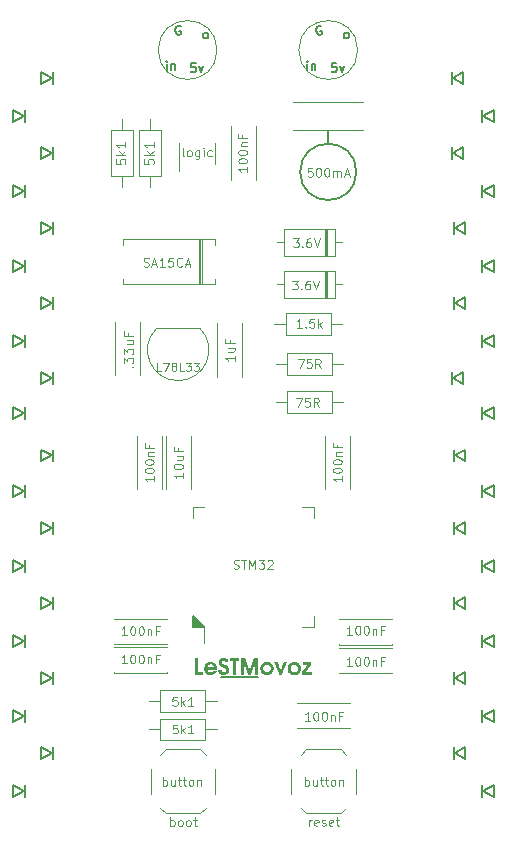
<source format=gbr>
%TF.GenerationSoftware,KiCad,Pcbnew,(7.0.0)*%
%TF.CreationDate,2024-03-09T23:39:13+01:00*%
%TF.ProjectId,LeSTMovoz,4c655354-4d6f-4766-9f7a-2e6b69636164,rev?*%
%TF.SameCoordinates,Original*%
%TF.FileFunction,Legend,Top*%
%TF.FilePolarity,Positive*%
%FSLAX46Y46*%
G04 Gerber Fmt 4.6, Leading zero omitted, Abs format (unit mm)*
G04 Created by KiCad (PCBNEW (7.0.0)) date 2024-03-09 23:39:13*
%MOMM*%
%LPD*%
G01*
G04 APERTURE LIST*
%ADD10C,0.125000*%
%ADD11C,0.150000*%
%ADD12C,0.120000*%
G04 APERTURE END LIST*
D10*
X138812068Y-84147481D02*
X138454925Y-84147481D01*
X138454925Y-84147481D02*
X138419211Y-84504624D01*
X138419211Y-84504624D02*
X138454925Y-84468910D01*
X138454925Y-84468910D02*
X138526354Y-84433196D01*
X138526354Y-84433196D02*
X138704925Y-84433196D01*
X138704925Y-84433196D02*
X138776354Y-84468910D01*
X138776354Y-84468910D02*
X138812068Y-84504624D01*
X138812068Y-84504624D02*
X138847782Y-84576053D01*
X138847782Y-84576053D02*
X138847782Y-84754624D01*
X138847782Y-84754624D02*
X138812068Y-84826053D01*
X138812068Y-84826053D02*
X138776354Y-84861767D01*
X138776354Y-84861767D02*
X138704925Y-84897481D01*
X138704925Y-84897481D02*
X138526354Y-84897481D01*
X138526354Y-84897481D02*
X138454925Y-84861767D01*
X138454925Y-84861767D02*
X138419211Y-84826053D01*
X139169211Y-84897481D02*
X139169211Y-84147481D01*
X139240640Y-84611767D02*
X139454925Y-84897481D01*
X139454925Y-84397481D02*
X139169211Y-84683196D01*
X140169211Y-84897481D02*
X139740640Y-84897481D01*
X139954925Y-84897481D02*
X139954925Y-84147481D01*
X139954925Y-84147481D02*
X139883497Y-84254624D01*
X139883497Y-84254624D02*
X139812068Y-84326053D01*
X139812068Y-84326053D02*
X139740640Y-84361767D01*
D11*
G36*
X141096250Y-78263090D02*
G01*
X140146250Y-78263090D01*
X140146250Y-77313090D01*
X141096250Y-78263090D01*
G37*
X141096250Y-78263090D02*
X140146250Y-78263090D01*
X140146250Y-77313090D01*
X141096250Y-78263090D01*
X153987500Y-39687500D02*
G75*
G03*
X153987500Y-39687500I-2381250J0D01*
G01*
X151606250Y-37306250D02*
X151606250Y-36116000D01*
X142500000Y-82443750D02*
X145700000Y-82443750D01*
D10*
X150249107Y-39341842D02*
X149891964Y-39341842D01*
X149891964Y-39341842D02*
X149856250Y-39698985D01*
X149856250Y-39698985D02*
X149891964Y-39663271D01*
X149891964Y-39663271D02*
X149963393Y-39627557D01*
X149963393Y-39627557D02*
X150141964Y-39627557D01*
X150141964Y-39627557D02*
X150213393Y-39663271D01*
X150213393Y-39663271D02*
X150249107Y-39698985D01*
X150249107Y-39698985D02*
X150284821Y-39770414D01*
X150284821Y-39770414D02*
X150284821Y-39948985D01*
X150284821Y-39948985D02*
X150249107Y-40020414D01*
X150249107Y-40020414D02*
X150213393Y-40056128D01*
X150213393Y-40056128D02*
X150141964Y-40091842D01*
X150141964Y-40091842D02*
X149963393Y-40091842D01*
X149963393Y-40091842D02*
X149891964Y-40056128D01*
X149891964Y-40056128D02*
X149856250Y-40020414D01*
X150749107Y-39341842D02*
X150820536Y-39341842D01*
X150820536Y-39341842D02*
X150891964Y-39377557D01*
X150891964Y-39377557D02*
X150927679Y-39413271D01*
X150927679Y-39413271D02*
X150963393Y-39484699D01*
X150963393Y-39484699D02*
X150999107Y-39627557D01*
X150999107Y-39627557D02*
X150999107Y-39806128D01*
X150999107Y-39806128D02*
X150963393Y-39948985D01*
X150963393Y-39948985D02*
X150927679Y-40020414D01*
X150927679Y-40020414D02*
X150891964Y-40056128D01*
X150891964Y-40056128D02*
X150820536Y-40091842D01*
X150820536Y-40091842D02*
X150749107Y-40091842D01*
X150749107Y-40091842D02*
X150677679Y-40056128D01*
X150677679Y-40056128D02*
X150641964Y-40020414D01*
X150641964Y-40020414D02*
X150606250Y-39948985D01*
X150606250Y-39948985D02*
X150570536Y-39806128D01*
X150570536Y-39806128D02*
X150570536Y-39627557D01*
X150570536Y-39627557D02*
X150606250Y-39484699D01*
X150606250Y-39484699D02*
X150641964Y-39413271D01*
X150641964Y-39413271D02*
X150677679Y-39377557D01*
X150677679Y-39377557D02*
X150749107Y-39341842D01*
X151463393Y-39341842D02*
X151534822Y-39341842D01*
X151534822Y-39341842D02*
X151606250Y-39377557D01*
X151606250Y-39377557D02*
X151641965Y-39413271D01*
X151641965Y-39413271D02*
X151677679Y-39484699D01*
X151677679Y-39484699D02*
X151713393Y-39627557D01*
X151713393Y-39627557D02*
X151713393Y-39806128D01*
X151713393Y-39806128D02*
X151677679Y-39948985D01*
X151677679Y-39948985D02*
X151641965Y-40020414D01*
X151641965Y-40020414D02*
X151606250Y-40056128D01*
X151606250Y-40056128D02*
X151534822Y-40091842D01*
X151534822Y-40091842D02*
X151463393Y-40091842D01*
X151463393Y-40091842D02*
X151391965Y-40056128D01*
X151391965Y-40056128D02*
X151356250Y-40020414D01*
X151356250Y-40020414D02*
X151320536Y-39948985D01*
X151320536Y-39948985D02*
X151284822Y-39806128D01*
X151284822Y-39806128D02*
X151284822Y-39627557D01*
X151284822Y-39627557D02*
X151320536Y-39484699D01*
X151320536Y-39484699D02*
X151356250Y-39413271D01*
X151356250Y-39413271D02*
X151391965Y-39377557D01*
X151391965Y-39377557D02*
X151463393Y-39341842D01*
X152034822Y-40091842D02*
X152034822Y-39591842D01*
X152034822Y-39663271D02*
X152070536Y-39627557D01*
X152070536Y-39627557D02*
X152141965Y-39591842D01*
X152141965Y-39591842D02*
X152249108Y-39591842D01*
X152249108Y-39591842D02*
X152320536Y-39627557D01*
X152320536Y-39627557D02*
X152356251Y-39698985D01*
X152356251Y-39698985D02*
X152356251Y-40091842D01*
X152356251Y-39698985D02*
X152391965Y-39627557D01*
X152391965Y-39627557D02*
X152463393Y-39591842D01*
X152463393Y-39591842D02*
X152570536Y-39591842D01*
X152570536Y-39591842D02*
X152641965Y-39627557D01*
X152641965Y-39627557D02*
X152677679Y-39698985D01*
X152677679Y-39698985D02*
X152677679Y-40091842D01*
X152999108Y-39877557D02*
X153356251Y-39877557D01*
X152927679Y-40091842D02*
X153177679Y-39341842D01*
X153177679Y-39341842D02*
X153427679Y-40091842D01*
X149367348Y-52881566D02*
X148938777Y-52881566D01*
X149153062Y-52881566D02*
X149153062Y-52131566D01*
X149153062Y-52131566D02*
X149081634Y-52238709D01*
X149081634Y-52238709D02*
X149010205Y-52310138D01*
X149010205Y-52310138D02*
X148938777Y-52345852D01*
X149688777Y-52810138D02*
X149724491Y-52845852D01*
X149724491Y-52845852D02*
X149688777Y-52881566D01*
X149688777Y-52881566D02*
X149653063Y-52845852D01*
X149653063Y-52845852D02*
X149688777Y-52810138D01*
X149688777Y-52810138D02*
X149688777Y-52881566D01*
X150403063Y-52131566D02*
X150045920Y-52131566D01*
X150045920Y-52131566D02*
X150010206Y-52488709D01*
X150010206Y-52488709D02*
X150045920Y-52452995D01*
X150045920Y-52452995D02*
X150117349Y-52417281D01*
X150117349Y-52417281D02*
X150295920Y-52417281D01*
X150295920Y-52417281D02*
X150367349Y-52452995D01*
X150367349Y-52452995D02*
X150403063Y-52488709D01*
X150403063Y-52488709D02*
X150438777Y-52560138D01*
X150438777Y-52560138D02*
X150438777Y-52738709D01*
X150438777Y-52738709D02*
X150403063Y-52810138D01*
X150403063Y-52810138D02*
X150367349Y-52845852D01*
X150367349Y-52845852D02*
X150295920Y-52881566D01*
X150295920Y-52881566D02*
X150117349Y-52881566D01*
X150117349Y-52881566D02*
X150045920Y-52845852D01*
X150045920Y-52845852D02*
X150010206Y-52810138D01*
X150760206Y-52881566D02*
X150760206Y-52131566D01*
X150831635Y-52595852D02*
X151045920Y-52881566D01*
X151045920Y-52381566D02*
X150760206Y-52667281D01*
X136018904Y-38614285D02*
X136018904Y-38995237D01*
X136018904Y-38995237D02*
X136399857Y-39033333D01*
X136399857Y-39033333D02*
X136361761Y-38995237D01*
X136361761Y-38995237D02*
X136323666Y-38919047D01*
X136323666Y-38919047D02*
X136323666Y-38728571D01*
X136323666Y-38728571D02*
X136361761Y-38652380D01*
X136361761Y-38652380D02*
X136399857Y-38614285D01*
X136399857Y-38614285D02*
X136476047Y-38576190D01*
X136476047Y-38576190D02*
X136666523Y-38576190D01*
X136666523Y-38576190D02*
X136742714Y-38614285D01*
X136742714Y-38614285D02*
X136780809Y-38652380D01*
X136780809Y-38652380D02*
X136818904Y-38728571D01*
X136818904Y-38728571D02*
X136818904Y-38919047D01*
X136818904Y-38919047D02*
X136780809Y-38995237D01*
X136780809Y-38995237D02*
X136742714Y-39033333D01*
X136818904Y-38233332D02*
X136018904Y-38233332D01*
X136514142Y-38157142D02*
X136818904Y-37928570D01*
X136285571Y-37928570D02*
X136590333Y-38233332D01*
X136818904Y-37166666D02*
X136818904Y-37623809D01*
X136818904Y-37395237D02*
X136018904Y-37395237D01*
X136018904Y-37395237D02*
X136133190Y-37471428D01*
X136133190Y-37471428D02*
X136209380Y-37547618D01*
X136209380Y-37547618D02*
X136247476Y-37623809D01*
X150003835Y-95055868D02*
X150003835Y-94555868D01*
X150003835Y-94698725D02*
X150039549Y-94627297D01*
X150039549Y-94627297D02*
X150075264Y-94591583D01*
X150075264Y-94591583D02*
X150146692Y-94555868D01*
X150146692Y-94555868D02*
X150218121Y-94555868D01*
X150753835Y-95020154D02*
X150682407Y-95055868D01*
X150682407Y-95055868D02*
X150539550Y-95055868D01*
X150539550Y-95055868D02*
X150468121Y-95020154D01*
X150468121Y-95020154D02*
X150432407Y-94948725D01*
X150432407Y-94948725D02*
X150432407Y-94663011D01*
X150432407Y-94663011D02*
X150468121Y-94591583D01*
X150468121Y-94591583D02*
X150539550Y-94555868D01*
X150539550Y-94555868D02*
X150682407Y-94555868D01*
X150682407Y-94555868D02*
X150753835Y-94591583D01*
X150753835Y-94591583D02*
X150789550Y-94663011D01*
X150789550Y-94663011D02*
X150789550Y-94734440D01*
X150789550Y-94734440D02*
X150432407Y-94805868D01*
X151075264Y-95020154D02*
X151146692Y-95055868D01*
X151146692Y-95055868D02*
X151289549Y-95055868D01*
X151289549Y-95055868D02*
X151360978Y-95020154D01*
X151360978Y-95020154D02*
X151396692Y-94948725D01*
X151396692Y-94948725D02*
X151396692Y-94913011D01*
X151396692Y-94913011D02*
X151360978Y-94841583D01*
X151360978Y-94841583D02*
X151289549Y-94805868D01*
X151289549Y-94805868D02*
X151182407Y-94805868D01*
X151182407Y-94805868D02*
X151110978Y-94770154D01*
X151110978Y-94770154D02*
X151075264Y-94698725D01*
X151075264Y-94698725D02*
X151075264Y-94663011D01*
X151075264Y-94663011D02*
X151110978Y-94591583D01*
X151110978Y-94591583D02*
X151182407Y-94555868D01*
X151182407Y-94555868D02*
X151289549Y-94555868D01*
X151289549Y-94555868D02*
X151360978Y-94591583D01*
X152003835Y-95020154D02*
X151932407Y-95055868D01*
X151932407Y-95055868D02*
X151789550Y-95055868D01*
X151789550Y-95055868D02*
X151718121Y-95020154D01*
X151718121Y-95020154D02*
X151682407Y-94948725D01*
X151682407Y-94948725D02*
X151682407Y-94663011D01*
X151682407Y-94663011D02*
X151718121Y-94591583D01*
X151718121Y-94591583D02*
X151789550Y-94555868D01*
X151789550Y-94555868D02*
X151932407Y-94555868D01*
X151932407Y-94555868D02*
X152003835Y-94591583D01*
X152003835Y-94591583D02*
X152039550Y-94663011D01*
X152039550Y-94663011D02*
X152039550Y-94734440D01*
X152039550Y-94734440D02*
X151682407Y-94805868D01*
X152253835Y-94555868D02*
X152539549Y-94555868D01*
X152360978Y-94305868D02*
X152360978Y-94948725D01*
X152360978Y-94948725D02*
X152396692Y-95020154D01*
X152396692Y-95020154D02*
X152468121Y-95055868D01*
X152468121Y-95055868D02*
X152539549Y-95055868D01*
X153617729Y-81501683D02*
X153189158Y-81501683D01*
X153403443Y-81501683D02*
X153403443Y-80751683D01*
X153403443Y-80751683D02*
X153332015Y-80858826D01*
X153332015Y-80858826D02*
X153260586Y-80930255D01*
X153260586Y-80930255D02*
X153189158Y-80965969D01*
X154082015Y-80751683D02*
X154153444Y-80751683D01*
X154153444Y-80751683D02*
X154224872Y-80787398D01*
X154224872Y-80787398D02*
X154260587Y-80823112D01*
X154260587Y-80823112D02*
X154296301Y-80894540D01*
X154296301Y-80894540D02*
X154332015Y-81037398D01*
X154332015Y-81037398D02*
X154332015Y-81215969D01*
X154332015Y-81215969D02*
X154296301Y-81358826D01*
X154296301Y-81358826D02*
X154260587Y-81430255D01*
X154260587Y-81430255D02*
X154224872Y-81465969D01*
X154224872Y-81465969D02*
X154153444Y-81501683D01*
X154153444Y-81501683D02*
X154082015Y-81501683D01*
X154082015Y-81501683D02*
X154010587Y-81465969D01*
X154010587Y-81465969D02*
X153974872Y-81430255D01*
X153974872Y-81430255D02*
X153939158Y-81358826D01*
X153939158Y-81358826D02*
X153903444Y-81215969D01*
X153903444Y-81215969D02*
X153903444Y-81037398D01*
X153903444Y-81037398D02*
X153939158Y-80894540D01*
X153939158Y-80894540D02*
X153974872Y-80823112D01*
X153974872Y-80823112D02*
X154010587Y-80787398D01*
X154010587Y-80787398D02*
X154082015Y-80751683D01*
X154796301Y-80751683D02*
X154867730Y-80751683D01*
X154867730Y-80751683D02*
X154939158Y-80787398D01*
X154939158Y-80787398D02*
X154974873Y-80823112D01*
X154974873Y-80823112D02*
X155010587Y-80894540D01*
X155010587Y-80894540D02*
X155046301Y-81037398D01*
X155046301Y-81037398D02*
X155046301Y-81215969D01*
X155046301Y-81215969D02*
X155010587Y-81358826D01*
X155010587Y-81358826D02*
X154974873Y-81430255D01*
X154974873Y-81430255D02*
X154939158Y-81465969D01*
X154939158Y-81465969D02*
X154867730Y-81501683D01*
X154867730Y-81501683D02*
X154796301Y-81501683D01*
X154796301Y-81501683D02*
X154724873Y-81465969D01*
X154724873Y-81465969D02*
X154689158Y-81430255D01*
X154689158Y-81430255D02*
X154653444Y-81358826D01*
X154653444Y-81358826D02*
X154617730Y-81215969D01*
X154617730Y-81215969D02*
X154617730Y-81037398D01*
X154617730Y-81037398D02*
X154653444Y-80894540D01*
X154653444Y-80894540D02*
X154689158Y-80823112D01*
X154689158Y-80823112D02*
X154724873Y-80787398D01*
X154724873Y-80787398D02*
X154796301Y-80751683D01*
X155367730Y-81001683D02*
X155367730Y-81501683D01*
X155367730Y-81073112D02*
X155403444Y-81037398D01*
X155403444Y-81037398D02*
X155474873Y-81001683D01*
X155474873Y-81001683D02*
X155582016Y-81001683D01*
X155582016Y-81001683D02*
X155653444Y-81037398D01*
X155653444Y-81037398D02*
X155689159Y-81108826D01*
X155689159Y-81108826D02*
X155689159Y-81501683D01*
X156296301Y-81108826D02*
X156046301Y-81108826D01*
X156046301Y-81501683D02*
X156046301Y-80751683D01*
X156046301Y-80751683D02*
X156403444Y-80751683D01*
X143613392Y-73264821D02*
X143720535Y-73300535D01*
X143720535Y-73300535D02*
X143899106Y-73300535D01*
X143899106Y-73300535D02*
X143970535Y-73264821D01*
X143970535Y-73264821D02*
X144006249Y-73229107D01*
X144006249Y-73229107D02*
X144041963Y-73157678D01*
X144041963Y-73157678D02*
X144041963Y-73086250D01*
X144041963Y-73086250D02*
X144006249Y-73014821D01*
X144006249Y-73014821D02*
X143970535Y-72979107D01*
X143970535Y-72979107D02*
X143899106Y-72943392D01*
X143899106Y-72943392D02*
X143756249Y-72907678D01*
X143756249Y-72907678D02*
X143684820Y-72871964D01*
X143684820Y-72871964D02*
X143649106Y-72836250D01*
X143649106Y-72836250D02*
X143613392Y-72764821D01*
X143613392Y-72764821D02*
X143613392Y-72693392D01*
X143613392Y-72693392D02*
X143649106Y-72621964D01*
X143649106Y-72621964D02*
X143684820Y-72586250D01*
X143684820Y-72586250D02*
X143756249Y-72550535D01*
X143756249Y-72550535D02*
X143934820Y-72550535D01*
X143934820Y-72550535D02*
X144041963Y-72586250D01*
X144256249Y-72550535D02*
X144684821Y-72550535D01*
X144470535Y-73300535D02*
X144470535Y-72550535D01*
X144934821Y-73300535D02*
X144934821Y-72550535D01*
X144934821Y-72550535D02*
X145184821Y-73086250D01*
X145184821Y-73086250D02*
X145434821Y-72550535D01*
X145434821Y-72550535D02*
X145434821Y-73300535D01*
X145720535Y-72550535D02*
X146184821Y-72550535D01*
X146184821Y-72550535D02*
X145934821Y-72836250D01*
X145934821Y-72836250D02*
X146041964Y-72836250D01*
X146041964Y-72836250D02*
X146113393Y-72871964D01*
X146113393Y-72871964D02*
X146149107Y-72907678D01*
X146149107Y-72907678D02*
X146184821Y-72979107D01*
X146184821Y-72979107D02*
X146184821Y-73157678D01*
X146184821Y-73157678D02*
X146149107Y-73229107D01*
X146149107Y-73229107D02*
X146113393Y-73264821D01*
X146113393Y-73264821D02*
X146041964Y-73300535D01*
X146041964Y-73300535D02*
X145827678Y-73300535D01*
X145827678Y-73300535D02*
X145756250Y-73264821D01*
X145756250Y-73264821D02*
X145720535Y-73229107D01*
X146470536Y-72621964D02*
X146506250Y-72586250D01*
X146506250Y-72586250D02*
X146577679Y-72550535D01*
X146577679Y-72550535D02*
X146756250Y-72550535D01*
X146756250Y-72550535D02*
X146827679Y-72586250D01*
X146827679Y-72586250D02*
X146863393Y-72621964D01*
X146863393Y-72621964D02*
X146899107Y-72693392D01*
X146899107Y-72693392D02*
X146899107Y-72764821D01*
X146899107Y-72764821D02*
X146863393Y-72871964D01*
X146863393Y-72871964D02*
X146434821Y-73300535D01*
X146434821Y-73300535D02*
X146899107Y-73300535D01*
X143689293Y-55244940D02*
X143689293Y-55702083D01*
X143689293Y-55473511D02*
X142889293Y-55473511D01*
X142889293Y-55473511D02*
X143003579Y-55549702D01*
X143003579Y-55549702D02*
X143079769Y-55625892D01*
X143079769Y-55625892D02*
X143117865Y-55702083D01*
X143155960Y-54559225D02*
X143689293Y-54559225D01*
X143155960Y-54902082D02*
X143575008Y-54902082D01*
X143575008Y-54902082D02*
X143651198Y-54863987D01*
X143651198Y-54863987D02*
X143689293Y-54787797D01*
X143689293Y-54787797D02*
X143689293Y-54673511D01*
X143689293Y-54673511D02*
X143651198Y-54597320D01*
X143651198Y-54597320D02*
X143613103Y-54559225D01*
X143270246Y-53911606D02*
X143270246Y-54178272D01*
X143689293Y-54178272D02*
X142889293Y-54178272D01*
X142889293Y-54178272D02*
X142889293Y-53797320D01*
X134557338Y-81302080D02*
X134128767Y-81302080D01*
X134343052Y-81302080D02*
X134343052Y-80552080D01*
X134343052Y-80552080D02*
X134271624Y-80659223D01*
X134271624Y-80659223D02*
X134200195Y-80730652D01*
X134200195Y-80730652D02*
X134128767Y-80766366D01*
X135021624Y-80552080D02*
X135093053Y-80552080D01*
X135093053Y-80552080D02*
X135164481Y-80587795D01*
X135164481Y-80587795D02*
X135200196Y-80623509D01*
X135200196Y-80623509D02*
X135235910Y-80694937D01*
X135235910Y-80694937D02*
X135271624Y-80837795D01*
X135271624Y-80837795D02*
X135271624Y-81016366D01*
X135271624Y-81016366D02*
X135235910Y-81159223D01*
X135235910Y-81159223D02*
X135200196Y-81230652D01*
X135200196Y-81230652D02*
X135164481Y-81266366D01*
X135164481Y-81266366D02*
X135093053Y-81302080D01*
X135093053Y-81302080D02*
X135021624Y-81302080D01*
X135021624Y-81302080D02*
X134950196Y-81266366D01*
X134950196Y-81266366D02*
X134914481Y-81230652D01*
X134914481Y-81230652D02*
X134878767Y-81159223D01*
X134878767Y-81159223D02*
X134843053Y-81016366D01*
X134843053Y-81016366D02*
X134843053Y-80837795D01*
X134843053Y-80837795D02*
X134878767Y-80694937D01*
X134878767Y-80694937D02*
X134914481Y-80623509D01*
X134914481Y-80623509D02*
X134950196Y-80587795D01*
X134950196Y-80587795D02*
X135021624Y-80552080D01*
X135735910Y-80552080D02*
X135807339Y-80552080D01*
X135807339Y-80552080D02*
X135878767Y-80587795D01*
X135878767Y-80587795D02*
X135914482Y-80623509D01*
X135914482Y-80623509D02*
X135950196Y-80694937D01*
X135950196Y-80694937D02*
X135985910Y-80837795D01*
X135985910Y-80837795D02*
X135985910Y-81016366D01*
X135985910Y-81016366D02*
X135950196Y-81159223D01*
X135950196Y-81159223D02*
X135914482Y-81230652D01*
X135914482Y-81230652D02*
X135878767Y-81266366D01*
X135878767Y-81266366D02*
X135807339Y-81302080D01*
X135807339Y-81302080D02*
X135735910Y-81302080D01*
X135735910Y-81302080D02*
X135664482Y-81266366D01*
X135664482Y-81266366D02*
X135628767Y-81230652D01*
X135628767Y-81230652D02*
X135593053Y-81159223D01*
X135593053Y-81159223D02*
X135557339Y-81016366D01*
X135557339Y-81016366D02*
X135557339Y-80837795D01*
X135557339Y-80837795D02*
X135593053Y-80694937D01*
X135593053Y-80694937D02*
X135628767Y-80623509D01*
X135628767Y-80623509D02*
X135664482Y-80587795D01*
X135664482Y-80587795D02*
X135735910Y-80552080D01*
X136307339Y-80802080D02*
X136307339Y-81302080D01*
X136307339Y-80873509D02*
X136343053Y-80837795D01*
X136343053Y-80837795D02*
X136414482Y-80802080D01*
X136414482Y-80802080D02*
X136521625Y-80802080D01*
X136521625Y-80802080D02*
X136593053Y-80837795D01*
X136593053Y-80837795D02*
X136628768Y-80909223D01*
X136628768Y-80909223D02*
X136628768Y-81302080D01*
X137235910Y-80909223D02*
X136985910Y-80909223D01*
X136985910Y-81302080D02*
X136985910Y-80552080D01*
X136985910Y-80552080D02*
X137343053Y-80552080D01*
X150067464Y-86149974D02*
X149638893Y-86149974D01*
X149853178Y-86149974D02*
X149853178Y-85399974D01*
X149853178Y-85399974D02*
X149781750Y-85507117D01*
X149781750Y-85507117D02*
X149710321Y-85578546D01*
X149710321Y-85578546D02*
X149638893Y-85614260D01*
X150531750Y-85399974D02*
X150603179Y-85399974D01*
X150603179Y-85399974D02*
X150674607Y-85435689D01*
X150674607Y-85435689D02*
X150710322Y-85471403D01*
X150710322Y-85471403D02*
X150746036Y-85542831D01*
X150746036Y-85542831D02*
X150781750Y-85685689D01*
X150781750Y-85685689D02*
X150781750Y-85864260D01*
X150781750Y-85864260D02*
X150746036Y-86007117D01*
X150746036Y-86007117D02*
X150710322Y-86078546D01*
X150710322Y-86078546D02*
X150674607Y-86114260D01*
X150674607Y-86114260D02*
X150603179Y-86149974D01*
X150603179Y-86149974D02*
X150531750Y-86149974D01*
X150531750Y-86149974D02*
X150460322Y-86114260D01*
X150460322Y-86114260D02*
X150424607Y-86078546D01*
X150424607Y-86078546D02*
X150388893Y-86007117D01*
X150388893Y-86007117D02*
X150353179Y-85864260D01*
X150353179Y-85864260D02*
X150353179Y-85685689D01*
X150353179Y-85685689D02*
X150388893Y-85542831D01*
X150388893Y-85542831D02*
X150424607Y-85471403D01*
X150424607Y-85471403D02*
X150460322Y-85435689D01*
X150460322Y-85435689D02*
X150531750Y-85399974D01*
X151246036Y-85399974D02*
X151317465Y-85399974D01*
X151317465Y-85399974D02*
X151388893Y-85435689D01*
X151388893Y-85435689D02*
X151424608Y-85471403D01*
X151424608Y-85471403D02*
X151460322Y-85542831D01*
X151460322Y-85542831D02*
X151496036Y-85685689D01*
X151496036Y-85685689D02*
X151496036Y-85864260D01*
X151496036Y-85864260D02*
X151460322Y-86007117D01*
X151460322Y-86007117D02*
X151424608Y-86078546D01*
X151424608Y-86078546D02*
X151388893Y-86114260D01*
X151388893Y-86114260D02*
X151317465Y-86149974D01*
X151317465Y-86149974D02*
X151246036Y-86149974D01*
X151246036Y-86149974D02*
X151174608Y-86114260D01*
X151174608Y-86114260D02*
X151138893Y-86078546D01*
X151138893Y-86078546D02*
X151103179Y-86007117D01*
X151103179Y-86007117D02*
X151067465Y-85864260D01*
X151067465Y-85864260D02*
X151067465Y-85685689D01*
X151067465Y-85685689D02*
X151103179Y-85542831D01*
X151103179Y-85542831D02*
X151138893Y-85471403D01*
X151138893Y-85471403D02*
X151174608Y-85435689D01*
X151174608Y-85435689D02*
X151246036Y-85399974D01*
X151817465Y-85649974D02*
X151817465Y-86149974D01*
X151817465Y-85721403D02*
X151853179Y-85685689D01*
X151853179Y-85685689D02*
X151924608Y-85649974D01*
X151924608Y-85649974D02*
X152031751Y-85649974D01*
X152031751Y-85649974D02*
X152103179Y-85685689D01*
X152103179Y-85685689D02*
X152138894Y-85757117D01*
X152138894Y-85757117D02*
X152138894Y-86149974D01*
X152746036Y-85757117D02*
X152496036Y-85757117D01*
X152496036Y-86149974D02*
X152496036Y-85399974D01*
X152496036Y-85399974D02*
X152853179Y-85399974D01*
X135019140Y-56206083D02*
X135057235Y-56167988D01*
X135057235Y-56167988D02*
X135095330Y-56206083D01*
X135095330Y-56206083D02*
X135057235Y-56244179D01*
X135057235Y-56244179D02*
X135019140Y-56206083D01*
X135019140Y-56206083D02*
X135095330Y-56206083D01*
X134295330Y-55901322D02*
X134295330Y-55406084D01*
X134295330Y-55406084D02*
X134600092Y-55672750D01*
X134600092Y-55672750D02*
X134600092Y-55558465D01*
X134600092Y-55558465D02*
X134638187Y-55482274D01*
X134638187Y-55482274D02*
X134676283Y-55444179D01*
X134676283Y-55444179D02*
X134752473Y-55406084D01*
X134752473Y-55406084D02*
X134942949Y-55406084D01*
X134942949Y-55406084D02*
X135019140Y-55444179D01*
X135019140Y-55444179D02*
X135057235Y-55482274D01*
X135057235Y-55482274D02*
X135095330Y-55558465D01*
X135095330Y-55558465D02*
X135095330Y-55787036D01*
X135095330Y-55787036D02*
X135057235Y-55863227D01*
X135057235Y-55863227D02*
X135019140Y-55901322D01*
X134295330Y-55139417D02*
X134295330Y-54644179D01*
X134295330Y-54644179D02*
X134600092Y-54910845D01*
X134600092Y-54910845D02*
X134600092Y-54796560D01*
X134600092Y-54796560D02*
X134638187Y-54720369D01*
X134638187Y-54720369D02*
X134676283Y-54682274D01*
X134676283Y-54682274D02*
X134752473Y-54644179D01*
X134752473Y-54644179D02*
X134942949Y-54644179D01*
X134942949Y-54644179D02*
X135019140Y-54682274D01*
X135019140Y-54682274D02*
X135057235Y-54720369D01*
X135057235Y-54720369D02*
X135095330Y-54796560D01*
X135095330Y-54796560D02*
X135095330Y-55025131D01*
X135095330Y-55025131D02*
X135057235Y-55101322D01*
X135057235Y-55101322D02*
X135019140Y-55139417D01*
X134561997Y-53958464D02*
X135095330Y-53958464D01*
X134561997Y-54301321D02*
X134981045Y-54301321D01*
X134981045Y-54301321D02*
X135057235Y-54263226D01*
X135057235Y-54263226D02*
X135095330Y-54187036D01*
X135095330Y-54187036D02*
X135095330Y-54072750D01*
X135095330Y-54072750D02*
X135057235Y-53996559D01*
X135057235Y-53996559D02*
X135019140Y-53958464D01*
X134676283Y-53310845D02*
X134676283Y-53577511D01*
X135095330Y-53577511D02*
X134295330Y-53577511D01*
X134295330Y-53577511D02*
X134295330Y-53196559D01*
X149644519Y-91648375D02*
X149644519Y-90898375D01*
X149644519Y-91184090D02*
X149715948Y-91148375D01*
X149715948Y-91148375D02*
X149858805Y-91148375D01*
X149858805Y-91148375D02*
X149930233Y-91184090D01*
X149930233Y-91184090D02*
X149965948Y-91219804D01*
X149965948Y-91219804D02*
X150001662Y-91291232D01*
X150001662Y-91291232D02*
X150001662Y-91505518D01*
X150001662Y-91505518D02*
X149965948Y-91576947D01*
X149965948Y-91576947D02*
X149930233Y-91612661D01*
X149930233Y-91612661D02*
X149858805Y-91648375D01*
X149858805Y-91648375D02*
X149715948Y-91648375D01*
X149715948Y-91648375D02*
X149644519Y-91612661D01*
X150644519Y-91148375D02*
X150644519Y-91648375D01*
X150323090Y-91148375D02*
X150323090Y-91541232D01*
X150323090Y-91541232D02*
X150358804Y-91612661D01*
X150358804Y-91612661D02*
X150430233Y-91648375D01*
X150430233Y-91648375D02*
X150537376Y-91648375D01*
X150537376Y-91648375D02*
X150608804Y-91612661D01*
X150608804Y-91612661D02*
X150644519Y-91576947D01*
X150894518Y-91148375D02*
X151180232Y-91148375D01*
X151001661Y-90898375D02*
X151001661Y-91541232D01*
X151001661Y-91541232D02*
X151037375Y-91612661D01*
X151037375Y-91612661D02*
X151108804Y-91648375D01*
X151108804Y-91648375D02*
X151180232Y-91648375D01*
X151323089Y-91148375D02*
X151608803Y-91148375D01*
X151430232Y-90898375D02*
X151430232Y-91541232D01*
X151430232Y-91541232D02*
X151465946Y-91612661D01*
X151465946Y-91612661D02*
X151537375Y-91648375D01*
X151537375Y-91648375D02*
X151608803Y-91648375D01*
X151965946Y-91648375D02*
X151894517Y-91612661D01*
X151894517Y-91612661D02*
X151858803Y-91576947D01*
X151858803Y-91576947D02*
X151823089Y-91505518D01*
X151823089Y-91505518D02*
X151823089Y-91291232D01*
X151823089Y-91291232D02*
X151858803Y-91219804D01*
X151858803Y-91219804D02*
X151894517Y-91184090D01*
X151894517Y-91184090D02*
X151965946Y-91148375D01*
X151965946Y-91148375D02*
X152073089Y-91148375D01*
X152073089Y-91148375D02*
X152144517Y-91184090D01*
X152144517Y-91184090D02*
X152180232Y-91219804D01*
X152180232Y-91219804D02*
X152215946Y-91291232D01*
X152215946Y-91291232D02*
X152215946Y-91505518D01*
X152215946Y-91505518D02*
X152180232Y-91576947D01*
X152180232Y-91576947D02*
X152144517Y-91612661D01*
X152144517Y-91612661D02*
X152073089Y-91648375D01*
X152073089Y-91648375D02*
X151965946Y-91648375D01*
X152537374Y-91148375D02*
X152537374Y-91648375D01*
X152537374Y-91219804D02*
X152573088Y-91184090D01*
X152573088Y-91184090D02*
X152644517Y-91148375D01*
X152644517Y-91148375D02*
X152751660Y-91148375D01*
X152751660Y-91148375D02*
X152823088Y-91184090D01*
X152823088Y-91184090D02*
X152858803Y-91255518D01*
X152858803Y-91255518D02*
X152858803Y-91648375D01*
X149027108Y-55540606D02*
X149527108Y-55540606D01*
X149527108Y-55540606D02*
X149205680Y-56290606D01*
X150169966Y-55540606D02*
X149812823Y-55540606D01*
X149812823Y-55540606D02*
X149777109Y-55897749D01*
X149777109Y-55897749D02*
X149812823Y-55862035D01*
X149812823Y-55862035D02*
X149884252Y-55826321D01*
X149884252Y-55826321D02*
X150062823Y-55826321D01*
X150062823Y-55826321D02*
X150134252Y-55862035D01*
X150134252Y-55862035D02*
X150169966Y-55897749D01*
X150169966Y-55897749D02*
X150205680Y-55969178D01*
X150205680Y-55969178D02*
X150205680Y-56147749D01*
X150205680Y-56147749D02*
X150169966Y-56219178D01*
X150169966Y-56219178D02*
X150134252Y-56254892D01*
X150134252Y-56254892D02*
X150062823Y-56290606D01*
X150062823Y-56290606D02*
X149884252Y-56290606D01*
X149884252Y-56290606D02*
X149812823Y-56254892D01*
X149812823Y-56254892D02*
X149777109Y-56219178D01*
X150955680Y-56290606D02*
X150705680Y-55933463D01*
X150527109Y-56290606D02*
X150527109Y-55540606D01*
X150527109Y-55540606D02*
X150812823Y-55540606D01*
X150812823Y-55540606D02*
X150884252Y-55576321D01*
X150884252Y-55576321D02*
X150919966Y-55612035D01*
X150919966Y-55612035D02*
X150955680Y-55683463D01*
X150955680Y-55683463D02*
X150955680Y-55790606D01*
X150955680Y-55790606D02*
X150919966Y-55862035D01*
X150919966Y-55862035D02*
X150884252Y-55897749D01*
X150884252Y-55897749D02*
X150812823Y-55933463D01*
X150812823Y-55933463D02*
X150527109Y-55933463D01*
X153620535Y-78856785D02*
X153191964Y-78856785D01*
X153406249Y-78856785D02*
X153406249Y-78106785D01*
X153406249Y-78106785D02*
X153334821Y-78213928D01*
X153334821Y-78213928D02*
X153263392Y-78285357D01*
X153263392Y-78285357D02*
X153191964Y-78321071D01*
X154084821Y-78106785D02*
X154156250Y-78106785D01*
X154156250Y-78106785D02*
X154227678Y-78142500D01*
X154227678Y-78142500D02*
X154263393Y-78178214D01*
X154263393Y-78178214D02*
X154299107Y-78249642D01*
X154299107Y-78249642D02*
X154334821Y-78392500D01*
X154334821Y-78392500D02*
X154334821Y-78571071D01*
X154334821Y-78571071D02*
X154299107Y-78713928D01*
X154299107Y-78713928D02*
X154263393Y-78785357D01*
X154263393Y-78785357D02*
X154227678Y-78821071D01*
X154227678Y-78821071D02*
X154156250Y-78856785D01*
X154156250Y-78856785D02*
X154084821Y-78856785D01*
X154084821Y-78856785D02*
X154013393Y-78821071D01*
X154013393Y-78821071D02*
X153977678Y-78785357D01*
X153977678Y-78785357D02*
X153941964Y-78713928D01*
X153941964Y-78713928D02*
X153906250Y-78571071D01*
X153906250Y-78571071D02*
X153906250Y-78392500D01*
X153906250Y-78392500D02*
X153941964Y-78249642D01*
X153941964Y-78249642D02*
X153977678Y-78178214D01*
X153977678Y-78178214D02*
X154013393Y-78142500D01*
X154013393Y-78142500D02*
X154084821Y-78106785D01*
X154799107Y-78106785D02*
X154870536Y-78106785D01*
X154870536Y-78106785D02*
X154941964Y-78142500D01*
X154941964Y-78142500D02*
X154977679Y-78178214D01*
X154977679Y-78178214D02*
X155013393Y-78249642D01*
X155013393Y-78249642D02*
X155049107Y-78392500D01*
X155049107Y-78392500D02*
X155049107Y-78571071D01*
X155049107Y-78571071D02*
X155013393Y-78713928D01*
X155013393Y-78713928D02*
X154977679Y-78785357D01*
X154977679Y-78785357D02*
X154941964Y-78821071D01*
X154941964Y-78821071D02*
X154870536Y-78856785D01*
X154870536Y-78856785D02*
X154799107Y-78856785D01*
X154799107Y-78856785D02*
X154727679Y-78821071D01*
X154727679Y-78821071D02*
X154691964Y-78785357D01*
X154691964Y-78785357D02*
X154656250Y-78713928D01*
X154656250Y-78713928D02*
X154620536Y-78571071D01*
X154620536Y-78571071D02*
X154620536Y-78392500D01*
X154620536Y-78392500D02*
X154656250Y-78249642D01*
X154656250Y-78249642D02*
X154691964Y-78178214D01*
X154691964Y-78178214D02*
X154727679Y-78142500D01*
X154727679Y-78142500D02*
X154799107Y-78106785D01*
X155370536Y-78356785D02*
X155370536Y-78856785D01*
X155370536Y-78428214D02*
X155406250Y-78392500D01*
X155406250Y-78392500D02*
X155477679Y-78356785D01*
X155477679Y-78356785D02*
X155584822Y-78356785D01*
X155584822Y-78356785D02*
X155656250Y-78392500D01*
X155656250Y-78392500D02*
X155691965Y-78463928D01*
X155691965Y-78463928D02*
X155691965Y-78856785D01*
X156299107Y-78463928D02*
X156049107Y-78463928D01*
X156049107Y-78856785D02*
X156049107Y-78106785D01*
X156049107Y-78106785D02*
X156406250Y-78106785D01*
X152758422Y-65451646D02*
X152758422Y-65880217D01*
X152758422Y-65665932D02*
X152008422Y-65665932D01*
X152008422Y-65665932D02*
X152115565Y-65737360D01*
X152115565Y-65737360D02*
X152186994Y-65808789D01*
X152186994Y-65808789D02*
X152222708Y-65880217D01*
X152008422Y-64987360D02*
X152008422Y-64915931D01*
X152008422Y-64915931D02*
X152044137Y-64844503D01*
X152044137Y-64844503D02*
X152079851Y-64808789D01*
X152079851Y-64808789D02*
X152151279Y-64773074D01*
X152151279Y-64773074D02*
X152294137Y-64737360D01*
X152294137Y-64737360D02*
X152472708Y-64737360D01*
X152472708Y-64737360D02*
X152615565Y-64773074D01*
X152615565Y-64773074D02*
X152686994Y-64808789D01*
X152686994Y-64808789D02*
X152722708Y-64844503D01*
X152722708Y-64844503D02*
X152758422Y-64915931D01*
X152758422Y-64915931D02*
X152758422Y-64987360D01*
X152758422Y-64987360D02*
X152722708Y-65058789D01*
X152722708Y-65058789D02*
X152686994Y-65094503D01*
X152686994Y-65094503D02*
X152615565Y-65130217D01*
X152615565Y-65130217D02*
X152472708Y-65165931D01*
X152472708Y-65165931D02*
X152294137Y-65165931D01*
X152294137Y-65165931D02*
X152151279Y-65130217D01*
X152151279Y-65130217D02*
X152079851Y-65094503D01*
X152079851Y-65094503D02*
X152044137Y-65058789D01*
X152044137Y-65058789D02*
X152008422Y-64987360D01*
X152008422Y-64273074D02*
X152008422Y-64201645D01*
X152008422Y-64201645D02*
X152044137Y-64130217D01*
X152044137Y-64130217D02*
X152079851Y-64094503D01*
X152079851Y-64094503D02*
X152151279Y-64058788D01*
X152151279Y-64058788D02*
X152294137Y-64023074D01*
X152294137Y-64023074D02*
X152472708Y-64023074D01*
X152472708Y-64023074D02*
X152615565Y-64058788D01*
X152615565Y-64058788D02*
X152686994Y-64094503D01*
X152686994Y-64094503D02*
X152722708Y-64130217D01*
X152722708Y-64130217D02*
X152758422Y-64201645D01*
X152758422Y-64201645D02*
X152758422Y-64273074D01*
X152758422Y-64273074D02*
X152722708Y-64344503D01*
X152722708Y-64344503D02*
X152686994Y-64380217D01*
X152686994Y-64380217D02*
X152615565Y-64415931D01*
X152615565Y-64415931D02*
X152472708Y-64451645D01*
X152472708Y-64451645D02*
X152294137Y-64451645D01*
X152294137Y-64451645D02*
X152151279Y-64415931D01*
X152151279Y-64415931D02*
X152079851Y-64380217D01*
X152079851Y-64380217D02*
X152044137Y-64344503D01*
X152044137Y-64344503D02*
X152008422Y-64273074D01*
X152258422Y-63701645D02*
X152758422Y-63701645D01*
X152329851Y-63701645D02*
X152294137Y-63665931D01*
X152294137Y-63665931D02*
X152258422Y-63594502D01*
X152258422Y-63594502D02*
X152258422Y-63487359D01*
X152258422Y-63487359D02*
X152294137Y-63415931D01*
X152294137Y-63415931D02*
X152365565Y-63380217D01*
X152365565Y-63380217D02*
X152758422Y-63380217D01*
X152365565Y-62773074D02*
X152365565Y-63023074D01*
X152758422Y-63023074D02*
X152008422Y-63023074D01*
X152008422Y-63023074D02*
X152008422Y-62665931D01*
X134557338Y-78911050D02*
X134128767Y-78911050D01*
X134343052Y-78911050D02*
X134343052Y-78161050D01*
X134343052Y-78161050D02*
X134271624Y-78268193D01*
X134271624Y-78268193D02*
X134200195Y-78339622D01*
X134200195Y-78339622D02*
X134128767Y-78375336D01*
X135021624Y-78161050D02*
X135093053Y-78161050D01*
X135093053Y-78161050D02*
X135164481Y-78196765D01*
X135164481Y-78196765D02*
X135200196Y-78232479D01*
X135200196Y-78232479D02*
X135235910Y-78303907D01*
X135235910Y-78303907D02*
X135271624Y-78446765D01*
X135271624Y-78446765D02*
X135271624Y-78625336D01*
X135271624Y-78625336D02*
X135235910Y-78768193D01*
X135235910Y-78768193D02*
X135200196Y-78839622D01*
X135200196Y-78839622D02*
X135164481Y-78875336D01*
X135164481Y-78875336D02*
X135093053Y-78911050D01*
X135093053Y-78911050D02*
X135021624Y-78911050D01*
X135021624Y-78911050D02*
X134950196Y-78875336D01*
X134950196Y-78875336D02*
X134914481Y-78839622D01*
X134914481Y-78839622D02*
X134878767Y-78768193D01*
X134878767Y-78768193D02*
X134843053Y-78625336D01*
X134843053Y-78625336D02*
X134843053Y-78446765D01*
X134843053Y-78446765D02*
X134878767Y-78303907D01*
X134878767Y-78303907D02*
X134914481Y-78232479D01*
X134914481Y-78232479D02*
X134950196Y-78196765D01*
X134950196Y-78196765D02*
X135021624Y-78161050D01*
X135735910Y-78161050D02*
X135807339Y-78161050D01*
X135807339Y-78161050D02*
X135878767Y-78196765D01*
X135878767Y-78196765D02*
X135914482Y-78232479D01*
X135914482Y-78232479D02*
X135950196Y-78303907D01*
X135950196Y-78303907D02*
X135985910Y-78446765D01*
X135985910Y-78446765D02*
X135985910Y-78625336D01*
X135985910Y-78625336D02*
X135950196Y-78768193D01*
X135950196Y-78768193D02*
X135914482Y-78839622D01*
X135914482Y-78839622D02*
X135878767Y-78875336D01*
X135878767Y-78875336D02*
X135807339Y-78911050D01*
X135807339Y-78911050D02*
X135735910Y-78911050D01*
X135735910Y-78911050D02*
X135664482Y-78875336D01*
X135664482Y-78875336D02*
X135628767Y-78839622D01*
X135628767Y-78839622D02*
X135593053Y-78768193D01*
X135593053Y-78768193D02*
X135557339Y-78625336D01*
X135557339Y-78625336D02*
X135557339Y-78446765D01*
X135557339Y-78446765D02*
X135593053Y-78303907D01*
X135593053Y-78303907D02*
X135628767Y-78232479D01*
X135628767Y-78232479D02*
X135664482Y-78196765D01*
X135664482Y-78196765D02*
X135735910Y-78161050D01*
X136307339Y-78411050D02*
X136307339Y-78911050D01*
X136307339Y-78482479D02*
X136343053Y-78446765D01*
X136343053Y-78446765D02*
X136414482Y-78411050D01*
X136414482Y-78411050D02*
X136521625Y-78411050D01*
X136521625Y-78411050D02*
X136593053Y-78446765D01*
X136593053Y-78446765D02*
X136628768Y-78518193D01*
X136628768Y-78518193D02*
X136628768Y-78911050D01*
X137235910Y-78518193D02*
X136985910Y-78518193D01*
X136985910Y-78911050D02*
X136985910Y-78161050D01*
X136985910Y-78161050D02*
X137343053Y-78161050D01*
X148631674Y-45320033D02*
X149095960Y-45320033D01*
X149095960Y-45320033D02*
X148845960Y-45605748D01*
X148845960Y-45605748D02*
X148953103Y-45605748D01*
X148953103Y-45605748D02*
X149024532Y-45641462D01*
X149024532Y-45641462D02*
X149060246Y-45677176D01*
X149060246Y-45677176D02*
X149095960Y-45748605D01*
X149095960Y-45748605D02*
X149095960Y-45927176D01*
X149095960Y-45927176D02*
X149060246Y-45998605D01*
X149060246Y-45998605D02*
X149024532Y-46034319D01*
X149024532Y-46034319D02*
X148953103Y-46070033D01*
X148953103Y-46070033D02*
X148738817Y-46070033D01*
X148738817Y-46070033D02*
X148667389Y-46034319D01*
X148667389Y-46034319D02*
X148631674Y-45998605D01*
X149417389Y-45998605D02*
X149453103Y-46034319D01*
X149453103Y-46034319D02*
X149417389Y-46070033D01*
X149417389Y-46070033D02*
X149381675Y-46034319D01*
X149381675Y-46034319D02*
X149417389Y-45998605D01*
X149417389Y-45998605D02*
X149417389Y-46070033D01*
X150095961Y-45320033D02*
X149953103Y-45320033D01*
X149953103Y-45320033D02*
X149881675Y-45355748D01*
X149881675Y-45355748D02*
X149845961Y-45391462D01*
X149845961Y-45391462D02*
X149774532Y-45498605D01*
X149774532Y-45498605D02*
X149738818Y-45641462D01*
X149738818Y-45641462D02*
X149738818Y-45927176D01*
X149738818Y-45927176D02*
X149774532Y-45998605D01*
X149774532Y-45998605D02*
X149810246Y-46034319D01*
X149810246Y-46034319D02*
X149881675Y-46070033D01*
X149881675Y-46070033D02*
X150024532Y-46070033D01*
X150024532Y-46070033D02*
X150095961Y-46034319D01*
X150095961Y-46034319D02*
X150131675Y-45998605D01*
X150131675Y-45998605D02*
X150167389Y-45927176D01*
X150167389Y-45927176D02*
X150167389Y-45748605D01*
X150167389Y-45748605D02*
X150131675Y-45677176D01*
X150131675Y-45677176D02*
X150095961Y-45641462D01*
X150095961Y-45641462D02*
X150024532Y-45605748D01*
X150024532Y-45605748D02*
X149881675Y-45605748D01*
X149881675Y-45605748D02*
X149810246Y-45641462D01*
X149810246Y-45641462D02*
X149774532Y-45677176D01*
X149774532Y-45677176D02*
X149738818Y-45748605D01*
X150381675Y-45320033D02*
X150631675Y-46070033D01*
X150631675Y-46070033D02*
X150881675Y-45320033D01*
X139404465Y-38375535D02*
X139333036Y-38339821D01*
X139333036Y-38339821D02*
X139297322Y-38268392D01*
X139297322Y-38268392D02*
X139297322Y-37625535D01*
X139797322Y-38375535D02*
X139725893Y-38339821D01*
X139725893Y-38339821D02*
X139690179Y-38304107D01*
X139690179Y-38304107D02*
X139654465Y-38232678D01*
X139654465Y-38232678D02*
X139654465Y-38018392D01*
X139654465Y-38018392D02*
X139690179Y-37946964D01*
X139690179Y-37946964D02*
X139725893Y-37911250D01*
X139725893Y-37911250D02*
X139797322Y-37875535D01*
X139797322Y-37875535D02*
X139904465Y-37875535D01*
X139904465Y-37875535D02*
X139975893Y-37911250D01*
X139975893Y-37911250D02*
X140011608Y-37946964D01*
X140011608Y-37946964D02*
X140047322Y-38018392D01*
X140047322Y-38018392D02*
X140047322Y-38232678D01*
X140047322Y-38232678D02*
X140011608Y-38304107D01*
X140011608Y-38304107D02*
X139975893Y-38339821D01*
X139975893Y-38339821D02*
X139904465Y-38375535D01*
X139904465Y-38375535D02*
X139797322Y-38375535D01*
X140690179Y-37875535D02*
X140690179Y-38482678D01*
X140690179Y-38482678D02*
X140654464Y-38554107D01*
X140654464Y-38554107D02*
X140618750Y-38589821D01*
X140618750Y-38589821D02*
X140547321Y-38625535D01*
X140547321Y-38625535D02*
X140440179Y-38625535D01*
X140440179Y-38625535D02*
X140368750Y-38589821D01*
X140690179Y-38339821D02*
X140618750Y-38375535D01*
X140618750Y-38375535D02*
X140475893Y-38375535D01*
X140475893Y-38375535D02*
X140404464Y-38339821D01*
X140404464Y-38339821D02*
X140368750Y-38304107D01*
X140368750Y-38304107D02*
X140333036Y-38232678D01*
X140333036Y-38232678D02*
X140333036Y-38018392D01*
X140333036Y-38018392D02*
X140368750Y-37946964D01*
X140368750Y-37946964D02*
X140404464Y-37911250D01*
X140404464Y-37911250D02*
X140475893Y-37875535D01*
X140475893Y-37875535D02*
X140618750Y-37875535D01*
X140618750Y-37875535D02*
X140690179Y-37911250D01*
X141047321Y-38375535D02*
X141047321Y-37875535D01*
X141047321Y-37625535D02*
X141011607Y-37661250D01*
X141011607Y-37661250D02*
X141047321Y-37696964D01*
X141047321Y-37696964D02*
X141083035Y-37661250D01*
X141083035Y-37661250D02*
X141047321Y-37625535D01*
X141047321Y-37625535D02*
X141047321Y-37696964D01*
X141725893Y-38339821D02*
X141654464Y-38375535D01*
X141654464Y-38375535D02*
X141511607Y-38375535D01*
X141511607Y-38375535D02*
X141440178Y-38339821D01*
X141440178Y-38339821D02*
X141404464Y-38304107D01*
X141404464Y-38304107D02*
X141368750Y-38232678D01*
X141368750Y-38232678D02*
X141368750Y-38018392D01*
X141368750Y-38018392D02*
X141404464Y-37946964D01*
X141404464Y-37946964D02*
X141440178Y-37911250D01*
X141440178Y-37911250D02*
X141511607Y-37875535D01*
X141511607Y-37875535D02*
X141654464Y-37875535D01*
X141654464Y-37875535D02*
X141725893Y-37911250D01*
X137617201Y-91671025D02*
X137617201Y-90921025D01*
X137617201Y-91206740D02*
X137688630Y-91171025D01*
X137688630Y-91171025D02*
X137831487Y-91171025D01*
X137831487Y-91171025D02*
X137902915Y-91206740D01*
X137902915Y-91206740D02*
X137938630Y-91242454D01*
X137938630Y-91242454D02*
X137974344Y-91313882D01*
X137974344Y-91313882D02*
X137974344Y-91528168D01*
X137974344Y-91528168D02*
X137938630Y-91599597D01*
X137938630Y-91599597D02*
X137902915Y-91635311D01*
X137902915Y-91635311D02*
X137831487Y-91671025D01*
X137831487Y-91671025D02*
X137688630Y-91671025D01*
X137688630Y-91671025D02*
X137617201Y-91635311D01*
X138617201Y-91171025D02*
X138617201Y-91671025D01*
X138295772Y-91171025D02*
X138295772Y-91563882D01*
X138295772Y-91563882D02*
X138331486Y-91635311D01*
X138331486Y-91635311D02*
X138402915Y-91671025D01*
X138402915Y-91671025D02*
X138510058Y-91671025D01*
X138510058Y-91671025D02*
X138581486Y-91635311D01*
X138581486Y-91635311D02*
X138617201Y-91599597D01*
X138867200Y-91171025D02*
X139152914Y-91171025D01*
X138974343Y-90921025D02*
X138974343Y-91563882D01*
X138974343Y-91563882D02*
X139010057Y-91635311D01*
X139010057Y-91635311D02*
X139081486Y-91671025D01*
X139081486Y-91671025D02*
X139152914Y-91671025D01*
X139295771Y-91171025D02*
X139581485Y-91171025D01*
X139402914Y-90921025D02*
X139402914Y-91563882D01*
X139402914Y-91563882D02*
X139438628Y-91635311D01*
X139438628Y-91635311D02*
X139510057Y-91671025D01*
X139510057Y-91671025D02*
X139581485Y-91671025D01*
X139938628Y-91671025D02*
X139867199Y-91635311D01*
X139867199Y-91635311D02*
X139831485Y-91599597D01*
X139831485Y-91599597D02*
X139795771Y-91528168D01*
X139795771Y-91528168D02*
X139795771Y-91313882D01*
X139795771Y-91313882D02*
X139831485Y-91242454D01*
X139831485Y-91242454D02*
X139867199Y-91206740D01*
X139867199Y-91206740D02*
X139938628Y-91171025D01*
X139938628Y-91171025D02*
X140045771Y-91171025D01*
X140045771Y-91171025D02*
X140117199Y-91206740D01*
X140117199Y-91206740D02*
X140152914Y-91242454D01*
X140152914Y-91242454D02*
X140188628Y-91313882D01*
X140188628Y-91313882D02*
X140188628Y-91528168D01*
X140188628Y-91528168D02*
X140152914Y-91599597D01*
X140152914Y-91599597D02*
X140117199Y-91635311D01*
X140117199Y-91635311D02*
X140045771Y-91671025D01*
X140045771Y-91671025D02*
X139938628Y-91671025D01*
X140510056Y-91171025D02*
X140510056Y-91671025D01*
X140510056Y-91242454D02*
X140545770Y-91206740D01*
X140545770Y-91206740D02*
X140617199Y-91171025D01*
X140617199Y-91171025D02*
X140724342Y-91171025D01*
X140724342Y-91171025D02*
X140795770Y-91206740D01*
X140795770Y-91206740D02*
X140831485Y-91278168D01*
X140831485Y-91278168D02*
X140831485Y-91671025D01*
X138247924Y-95077216D02*
X138247924Y-94327216D01*
X138247924Y-94612931D02*
X138319353Y-94577216D01*
X138319353Y-94577216D02*
X138462210Y-94577216D01*
X138462210Y-94577216D02*
X138533638Y-94612931D01*
X138533638Y-94612931D02*
X138569353Y-94648645D01*
X138569353Y-94648645D02*
X138605067Y-94720073D01*
X138605067Y-94720073D02*
X138605067Y-94934359D01*
X138605067Y-94934359D02*
X138569353Y-95005788D01*
X138569353Y-95005788D02*
X138533638Y-95041502D01*
X138533638Y-95041502D02*
X138462210Y-95077216D01*
X138462210Y-95077216D02*
X138319353Y-95077216D01*
X138319353Y-95077216D02*
X138247924Y-95041502D01*
X139033638Y-95077216D02*
X138962209Y-95041502D01*
X138962209Y-95041502D02*
X138926495Y-95005788D01*
X138926495Y-95005788D02*
X138890781Y-94934359D01*
X138890781Y-94934359D02*
X138890781Y-94720073D01*
X138890781Y-94720073D02*
X138926495Y-94648645D01*
X138926495Y-94648645D02*
X138962209Y-94612931D01*
X138962209Y-94612931D02*
X139033638Y-94577216D01*
X139033638Y-94577216D02*
X139140781Y-94577216D01*
X139140781Y-94577216D02*
X139212209Y-94612931D01*
X139212209Y-94612931D02*
X139247924Y-94648645D01*
X139247924Y-94648645D02*
X139283638Y-94720073D01*
X139283638Y-94720073D02*
X139283638Y-94934359D01*
X139283638Y-94934359D02*
X139247924Y-95005788D01*
X139247924Y-95005788D02*
X139212209Y-95041502D01*
X139212209Y-95041502D02*
X139140781Y-95077216D01*
X139140781Y-95077216D02*
X139033638Y-95077216D01*
X139712209Y-95077216D02*
X139640780Y-95041502D01*
X139640780Y-95041502D02*
X139605066Y-95005788D01*
X139605066Y-95005788D02*
X139569352Y-94934359D01*
X139569352Y-94934359D02*
X139569352Y-94720073D01*
X139569352Y-94720073D02*
X139605066Y-94648645D01*
X139605066Y-94648645D02*
X139640780Y-94612931D01*
X139640780Y-94612931D02*
X139712209Y-94577216D01*
X139712209Y-94577216D02*
X139819352Y-94577216D01*
X139819352Y-94577216D02*
X139890780Y-94612931D01*
X139890780Y-94612931D02*
X139926495Y-94648645D01*
X139926495Y-94648645D02*
X139962209Y-94720073D01*
X139962209Y-94720073D02*
X139962209Y-94934359D01*
X139962209Y-94934359D02*
X139926495Y-95005788D01*
X139926495Y-95005788D02*
X139890780Y-95041502D01*
X139890780Y-95041502D02*
X139819352Y-95077216D01*
X139819352Y-95077216D02*
X139712209Y-95077216D01*
X140176494Y-94577216D02*
X140462208Y-94577216D01*
X140283637Y-94327216D02*
X140283637Y-94970073D01*
X140283637Y-94970073D02*
X140319351Y-95041502D01*
X140319351Y-95041502D02*
X140390780Y-95077216D01*
X140390780Y-95077216D02*
X140462208Y-95077216D01*
X144738035Y-39260714D02*
X144738035Y-39689285D01*
X144738035Y-39475000D02*
X143988035Y-39475000D01*
X143988035Y-39475000D02*
X144095178Y-39546428D01*
X144095178Y-39546428D02*
X144166607Y-39617857D01*
X144166607Y-39617857D02*
X144202321Y-39689285D01*
X143988035Y-38796428D02*
X143988035Y-38724999D01*
X143988035Y-38724999D02*
X144023750Y-38653571D01*
X144023750Y-38653571D02*
X144059464Y-38617857D01*
X144059464Y-38617857D02*
X144130892Y-38582142D01*
X144130892Y-38582142D02*
X144273750Y-38546428D01*
X144273750Y-38546428D02*
X144452321Y-38546428D01*
X144452321Y-38546428D02*
X144595178Y-38582142D01*
X144595178Y-38582142D02*
X144666607Y-38617857D01*
X144666607Y-38617857D02*
X144702321Y-38653571D01*
X144702321Y-38653571D02*
X144738035Y-38724999D01*
X144738035Y-38724999D02*
X144738035Y-38796428D01*
X144738035Y-38796428D02*
X144702321Y-38867857D01*
X144702321Y-38867857D02*
X144666607Y-38903571D01*
X144666607Y-38903571D02*
X144595178Y-38939285D01*
X144595178Y-38939285D02*
X144452321Y-38974999D01*
X144452321Y-38974999D02*
X144273750Y-38974999D01*
X144273750Y-38974999D02*
X144130892Y-38939285D01*
X144130892Y-38939285D02*
X144059464Y-38903571D01*
X144059464Y-38903571D02*
X144023750Y-38867857D01*
X144023750Y-38867857D02*
X143988035Y-38796428D01*
X143988035Y-38082142D02*
X143988035Y-38010713D01*
X143988035Y-38010713D02*
X144023750Y-37939285D01*
X144023750Y-37939285D02*
X144059464Y-37903571D01*
X144059464Y-37903571D02*
X144130892Y-37867856D01*
X144130892Y-37867856D02*
X144273750Y-37832142D01*
X144273750Y-37832142D02*
X144452321Y-37832142D01*
X144452321Y-37832142D02*
X144595178Y-37867856D01*
X144595178Y-37867856D02*
X144666607Y-37903571D01*
X144666607Y-37903571D02*
X144702321Y-37939285D01*
X144702321Y-37939285D02*
X144738035Y-38010713D01*
X144738035Y-38010713D02*
X144738035Y-38082142D01*
X144738035Y-38082142D02*
X144702321Y-38153571D01*
X144702321Y-38153571D02*
X144666607Y-38189285D01*
X144666607Y-38189285D02*
X144595178Y-38224999D01*
X144595178Y-38224999D02*
X144452321Y-38260713D01*
X144452321Y-38260713D02*
X144273750Y-38260713D01*
X144273750Y-38260713D02*
X144130892Y-38224999D01*
X144130892Y-38224999D02*
X144059464Y-38189285D01*
X144059464Y-38189285D02*
X144023750Y-38153571D01*
X144023750Y-38153571D02*
X143988035Y-38082142D01*
X144238035Y-37510713D02*
X144738035Y-37510713D01*
X144309464Y-37510713D02*
X144273750Y-37474999D01*
X144273750Y-37474999D02*
X144238035Y-37403570D01*
X144238035Y-37403570D02*
X144238035Y-37296427D01*
X144238035Y-37296427D02*
X144273750Y-37224999D01*
X144273750Y-37224999D02*
X144345178Y-37189285D01*
X144345178Y-37189285D02*
X144738035Y-37189285D01*
X144345178Y-36582142D02*
X144345178Y-36832142D01*
X144738035Y-36832142D02*
X143988035Y-36832142D01*
X143988035Y-36832142D02*
X143988035Y-36474999D01*
X135977499Y-47664821D02*
X136084642Y-47700535D01*
X136084642Y-47700535D02*
X136263213Y-47700535D01*
X136263213Y-47700535D02*
X136334642Y-47664821D01*
X136334642Y-47664821D02*
X136370356Y-47629107D01*
X136370356Y-47629107D02*
X136406070Y-47557678D01*
X136406070Y-47557678D02*
X136406070Y-47486250D01*
X136406070Y-47486250D02*
X136370356Y-47414821D01*
X136370356Y-47414821D02*
X136334642Y-47379107D01*
X136334642Y-47379107D02*
X136263213Y-47343392D01*
X136263213Y-47343392D02*
X136120356Y-47307678D01*
X136120356Y-47307678D02*
X136048927Y-47271964D01*
X136048927Y-47271964D02*
X136013213Y-47236250D01*
X136013213Y-47236250D02*
X135977499Y-47164821D01*
X135977499Y-47164821D02*
X135977499Y-47093392D01*
X135977499Y-47093392D02*
X136013213Y-47021964D01*
X136013213Y-47021964D02*
X136048927Y-46986250D01*
X136048927Y-46986250D02*
X136120356Y-46950535D01*
X136120356Y-46950535D02*
X136298927Y-46950535D01*
X136298927Y-46950535D02*
X136406070Y-46986250D01*
X136691785Y-47486250D02*
X137048928Y-47486250D01*
X136620356Y-47700535D02*
X136870356Y-46950535D01*
X136870356Y-46950535D02*
X137120356Y-47700535D01*
X137763213Y-47700535D02*
X137334642Y-47700535D01*
X137548927Y-47700535D02*
X137548927Y-46950535D01*
X137548927Y-46950535D02*
X137477499Y-47057678D01*
X137477499Y-47057678D02*
X137406070Y-47129107D01*
X137406070Y-47129107D02*
X137334642Y-47164821D01*
X138441785Y-46950535D02*
X138084642Y-46950535D01*
X138084642Y-46950535D02*
X138048928Y-47307678D01*
X138048928Y-47307678D02*
X138084642Y-47271964D01*
X138084642Y-47271964D02*
X138156071Y-47236250D01*
X138156071Y-47236250D02*
X138334642Y-47236250D01*
X138334642Y-47236250D02*
X138406071Y-47271964D01*
X138406071Y-47271964D02*
X138441785Y-47307678D01*
X138441785Y-47307678D02*
X138477499Y-47379107D01*
X138477499Y-47379107D02*
X138477499Y-47557678D01*
X138477499Y-47557678D02*
X138441785Y-47629107D01*
X138441785Y-47629107D02*
X138406071Y-47664821D01*
X138406071Y-47664821D02*
X138334642Y-47700535D01*
X138334642Y-47700535D02*
X138156071Y-47700535D01*
X138156071Y-47700535D02*
X138084642Y-47664821D01*
X138084642Y-47664821D02*
X138048928Y-47629107D01*
X139227499Y-47629107D02*
X139191785Y-47664821D01*
X139191785Y-47664821D02*
X139084642Y-47700535D01*
X139084642Y-47700535D02*
X139013214Y-47700535D01*
X139013214Y-47700535D02*
X138906071Y-47664821D01*
X138906071Y-47664821D02*
X138834642Y-47593392D01*
X138834642Y-47593392D02*
X138798928Y-47521964D01*
X138798928Y-47521964D02*
X138763214Y-47379107D01*
X138763214Y-47379107D02*
X138763214Y-47271964D01*
X138763214Y-47271964D02*
X138798928Y-47129107D01*
X138798928Y-47129107D02*
X138834642Y-47057678D01*
X138834642Y-47057678D02*
X138906071Y-46986250D01*
X138906071Y-46986250D02*
X139013214Y-46950535D01*
X139013214Y-46950535D02*
X139084642Y-46950535D01*
X139084642Y-46950535D02*
X139191785Y-46986250D01*
X139191785Y-46986250D02*
X139227499Y-47021964D01*
X139513214Y-47486250D02*
X139870357Y-47486250D01*
X139441785Y-47700535D02*
X139691785Y-46950535D01*
X139691785Y-46950535D02*
X139941785Y-47700535D01*
X148877867Y-58818676D02*
X149377867Y-58818676D01*
X149377867Y-58818676D02*
X149056439Y-59568676D01*
X150020725Y-58818676D02*
X149663582Y-58818676D01*
X149663582Y-58818676D02*
X149627868Y-59175819D01*
X149627868Y-59175819D02*
X149663582Y-59140105D01*
X149663582Y-59140105D02*
X149735011Y-59104391D01*
X149735011Y-59104391D02*
X149913582Y-59104391D01*
X149913582Y-59104391D02*
X149985011Y-59140105D01*
X149985011Y-59140105D02*
X150020725Y-59175819D01*
X150020725Y-59175819D02*
X150056439Y-59247248D01*
X150056439Y-59247248D02*
X150056439Y-59425819D01*
X150056439Y-59425819D02*
X150020725Y-59497248D01*
X150020725Y-59497248D02*
X149985011Y-59532962D01*
X149985011Y-59532962D02*
X149913582Y-59568676D01*
X149913582Y-59568676D02*
X149735011Y-59568676D01*
X149735011Y-59568676D02*
X149663582Y-59532962D01*
X149663582Y-59532962D02*
X149627868Y-59497248D01*
X150806439Y-59568676D02*
X150556439Y-59211533D01*
X150377868Y-59568676D02*
X150377868Y-58818676D01*
X150377868Y-58818676D02*
X150663582Y-58818676D01*
X150663582Y-58818676D02*
X150735011Y-58854391D01*
X150735011Y-58854391D02*
X150770725Y-58890105D01*
X150770725Y-58890105D02*
X150806439Y-58961533D01*
X150806439Y-58961533D02*
X150806439Y-59068676D01*
X150806439Y-59068676D02*
X150770725Y-59140105D01*
X150770725Y-59140105D02*
X150735011Y-59175819D01*
X150735011Y-59175819D02*
X150663582Y-59211533D01*
X150663582Y-59211533D02*
X150377868Y-59211533D01*
X136835642Y-65467831D02*
X136835642Y-65896402D01*
X136835642Y-65682117D02*
X136085642Y-65682117D01*
X136085642Y-65682117D02*
X136192785Y-65753545D01*
X136192785Y-65753545D02*
X136264214Y-65824974D01*
X136264214Y-65824974D02*
X136299928Y-65896402D01*
X136085642Y-65003545D02*
X136085642Y-64932116D01*
X136085642Y-64932116D02*
X136121357Y-64860688D01*
X136121357Y-64860688D02*
X136157071Y-64824974D01*
X136157071Y-64824974D02*
X136228499Y-64789259D01*
X136228499Y-64789259D02*
X136371357Y-64753545D01*
X136371357Y-64753545D02*
X136549928Y-64753545D01*
X136549928Y-64753545D02*
X136692785Y-64789259D01*
X136692785Y-64789259D02*
X136764214Y-64824974D01*
X136764214Y-64824974D02*
X136799928Y-64860688D01*
X136799928Y-64860688D02*
X136835642Y-64932116D01*
X136835642Y-64932116D02*
X136835642Y-65003545D01*
X136835642Y-65003545D02*
X136799928Y-65074974D01*
X136799928Y-65074974D02*
X136764214Y-65110688D01*
X136764214Y-65110688D02*
X136692785Y-65146402D01*
X136692785Y-65146402D02*
X136549928Y-65182116D01*
X136549928Y-65182116D02*
X136371357Y-65182116D01*
X136371357Y-65182116D02*
X136228499Y-65146402D01*
X136228499Y-65146402D02*
X136157071Y-65110688D01*
X136157071Y-65110688D02*
X136121357Y-65074974D01*
X136121357Y-65074974D02*
X136085642Y-65003545D01*
X136085642Y-64289259D02*
X136085642Y-64217830D01*
X136085642Y-64217830D02*
X136121357Y-64146402D01*
X136121357Y-64146402D02*
X136157071Y-64110688D01*
X136157071Y-64110688D02*
X136228499Y-64074973D01*
X136228499Y-64074973D02*
X136371357Y-64039259D01*
X136371357Y-64039259D02*
X136549928Y-64039259D01*
X136549928Y-64039259D02*
X136692785Y-64074973D01*
X136692785Y-64074973D02*
X136764214Y-64110688D01*
X136764214Y-64110688D02*
X136799928Y-64146402D01*
X136799928Y-64146402D02*
X136835642Y-64217830D01*
X136835642Y-64217830D02*
X136835642Y-64289259D01*
X136835642Y-64289259D02*
X136799928Y-64360688D01*
X136799928Y-64360688D02*
X136764214Y-64396402D01*
X136764214Y-64396402D02*
X136692785Y-64432116D01*
X136692785Y-64432116D02*
X136549928Y-64467830D01*
X136549928Y-64467830D02*
X136371357Y-64467830D01*
X136371357Y-64467830D02*
X136228499Y-64432116D01*
X136228499Y-64432116D02*
X136157071Y-64396402D01*
X136157071Y-64396402D02*
X136121357Y-64360688D01*
X136121357Y-64360688D02*
X136085642Y-64289259D01*
X136335642Y-63717830D02*
X136835642Y-63717830D01*
X136407071Y-63717830D02*
X136371357Y-63682116D01*
X136371357Y-63682116D02*
X136335642Y-63610687D01*
X136335642Y-63610687D02*
X136335642Y-63503544D01*
X136335642Y-63503544D02*
X136371357Y-63432116D01*
X136371357Y-63432116D02*
X136442785Y-63396402D01*
X136442785Y-63396402D02*
X136835642Y-63396402D01*
X136442785Y-62789259D02*
X136442785Y-63039259D01*
X136835642Y-63039259D02*
X136085642Y-63039259D01*
X136085642Y-63039259D02*
X136085642Y-62682116D01*
X138824472Y-86488050D02*
X138467329Y-86488050D01*
X138467329Y-86488050D02*
X138431615Y-86845193D01*
X138431615Y-86845193D02*
X138467329Y-86809479D01*
X138467329Y-86809479D02*
X138538758Y-86773765D01*
X138538758Y-86773765D02*
X138717329Y-86773765D01*
X138717329Y-86773765D02*
X138788758Y-86809479D01*
X138788758Y-86809479D02*
X138824472Y-86845193D01*
X138824472Y-86845193D02*
X138860186Y-86916622D01*
X138860186Y-86916622D02*
X138860186Y-87095193D01*
X138860186Y-87095193D02*
X138824472Y-87166622D01*
X138824472Y-87166622D02*
X138788758Y-87202336D01*
X138788758Y-87202336D02*
X138717329Y-87238050D01*
X138717329Y-87238050D02*
X138538758Y-87238050D01*
X138538758Y-87238050D02*
X138467329Y-87202336D01*
X138467329Y-87202336D02*
X138431615Y-87166622D01*
X139181615Y-87238050D02*
X139181615Y-86488050D01*
X139253044Y-86952336D02*
X139467329Y-87238050D01*
X139467329Y-86738050D02*
X139181615Y-87023765D01*
X140181615Y-87238050D02*
X139753044Y-87238050D01*
X139967329Y-87238050D02*
X139967329Y-86488050D01*
X139967329Y-86488050D02*
X139895901Y-86595193D01*
X139895901Y-86595193D02*
X139824472Y-86666622D01*
X139824472Y-86666622D02*
X139753044Y-86702336D01*
X137479099Y-56531966D02*
X137145765Y-56531966D01*
X137145765Y-56531966D02*
X137145765Y-55831966D01*
X137645766Y-55831966D02*
X138112432Y-55831966D01*
X138112432Y-55831966D02*
X137812432Y-56531966D01*
X138479099Y-56131966D02*
X138412433Y-56098633D01*
X138412433Y-56098633D02*
X138379099Y-56065300D01*
X138379099Y-56065300D02*
X138345766Y-55998633D01*
X138345766Y-55998633D02*
X138345766Y-55965300D01*
X138345766Y-55965300D02*
X138379099Y-55898633D01*
X138379099Y-55898633D02*
X138412433Y-55865300D01*
X138412433Y-55865300D02*
X138479099Y-55831966D01*
X138479099Y-55831966D02*
X138612433Y-55831966D01*
X138612433Y-55831966D02*
X138679099Y-55865300D01*
X138679099Y-55865300D02*
X138712433Y-55898633D01*
X138712433Y-55898633D02*
X138745766Y-55965300D01*
X138745766Y-55965300D02*
X138745766Y-55998633D01*
X138745766Y-55998633D02*
X138712433Y-56065300D01*
X138712433Y-56065300D02*
X138679099Y-56098633D01*
X138679099Y-56098633D02*
X138612433Y-56131966D01*
X138612433Y-56131966D02*
X138479099Y-56131966D01*
X138479099Y-56131966D02*
X138412433Y-56165300D01*
X138412433Y-56165300D02*
X138379099Y-56198633D01*
X138379099Y-56198633D02*
X138345766Y-56265300D01*
X138345766Y-56265300D02*
X138345766Y-56398633D01*
X138345766Y-56398633D02*
X138379099Y-56465300D01*
X138379099Y-56465300D02*
X138412433Y-56498633D01*
X138412433Y-56498633D02*
X138479099Y-56531966D01*
X138479099Y-56531966D02*
X138612433Y-56531966D01*
X138612433Y-56531966D02*
X138679099Y-56498633D01*
X138679099Y-56498633D02*
X138712433Y-56465300D01*
X138712433Y-56465300D02*
X138745766Y-56398633D01*
X138745766Y-56398633D02*
X138745766Y-56265300D01*
X138745766Y-56265300D02*
X138712433Y-56198633D01*
X138712433Y-56198633D02*
X138679099Y-56165300D01*
X138679099Y-56165300D02*
X138612433Y-56131966D01*
X139379100Y-56531966D02*
X139045766Y-56531966D01*
X139045766Y-56531966D02*
X139045766Y-55831966D01*
X139545767Y-55831966D02*
X139979100Y-55831966D01*
X139979100Y-55831966D02*
X139745767Y-56098633D01*
X139745767Y-56098633D02*
X139845767Y-56098633D01*
X139845767Y-56098633D02*
X139912433Y-56131966D01*
X139912433Y-56131966D02*
X139945767Y-56165300D01*
X139945767Y-56165300D02*
X139979100Y-56231966D01*
X139979100Y-56231966D02*
X139979100Y-56398633D01*
X139979100Y-56398633D02*
X139945767Y-56465300D01*
X139945767Y-56465300D02*
X139912433Y-56498633D01*
X139912433Y-56498633D02*
X139845767Y-56531966D01*
X139845767Y-56531966D02*
X139645767Y-56531966D01*
X139645767Y-56531966D02*
X139579100Y-56498633D01*
X139579100Y-56498633D02*
X139545767Y-56465300D01*
X140212434Y-55831966D02*
X140645767Y-55831966D01*
X140645767Y-55831966D02*
X140412434Y-56098633D01*
X140412434Y-56098633D02*
X140512434Y-56098633D01*
X140512434Y-56098633D02*
X140579100Y-56131966D01*
X140579100Y-56131966D02*
X140612434Y-56165300D01*
X140612434Y-56165300D02*
X140645767Y-56231966D01*
X140645767Y-56231966D02*
X140645767Y-56398633D01*
X140645767Y-56398633D02*
X140612434Y-56465300D01*
X140612434Y-56465300D02*
X140579100Y-56498633D01*
X140579100Y-56498633D02*
X140512434Y-56531966D01*
X140512434Y-56531966D02*
X140312434Y-56531966D01*
X140312434Y-56531966D02*
X140245767Y-56498633D01*
X140245767Y-56498633D02*
X140212434Y-56465300D01*
X148564066Y-48886369D02*
X149028352Y-48886369D01*
X149028352Y-48886369D02*
X148778352Y-49172084D01*
X148778352Y-49172084D02*
X148885495Y-49172084D01*
X148885495Y-49172084D02*
X148956924Y-49207798D01*
X148956924Y-49207798D02*
X148992638Y-49243512D01*
X148992638Y-49243512D02*
X149028352Y-49314941D01*
X149028352Y-49314941D02*
X149028352Y-49493512D01*
X149028352Y-49493512D02*
X148992638Y-49564941D01*
X148992638Y-49564941D02*
X148956924Y-49600655D01*
X148956924Y-49600655D02*
X148885495Y-49636369D01*
X148885495Y-49636369D02*
X148671209Y-49636369D01*
X148671209Y-49636369D02*
X148599781Y-49600655D01*
X148599781Y-49600655D02*
X148564066Y-49564941D01*
X149349781Y-49564941D02*
X149385495Y-49600655D01*
X149385495Y-49600655D02*
X149349781Y-49636369D01*
X149349781Y-49636369D02*
X149314067Y-49600655D01*
X149314067Y-49600655D02*
X149349781Y-49564941D01*
X149349781Y-49564941D02*
X149349781Y-49636369D01*
X150028353Y-48886369D02*
X149885495Y-48886369D01*
X149885495Y-48886369D02*
X149814067Y-48922084D01*
X149814067Y-48922084D02*
X149778353Y-48957798D01*
X149778353Y-48957798D02*
X149706924Y-49064941D01*
X149706924Y-49064941D02*
X149671210Y-49207798D01*
X149671210Y-49207798D02*
X149671210Y-49493512D01*
X149671210Y-49493512D02*
X149706924Y-49564941D01*
X149706924Y-49564941D02*
X149742638Y-49600655D01*
X149742638Y-49600655D02*
X149814067Y-49636369D01*
X149814067Y-49636369D02*
X149956924Y-49636369D01*
X149956924Y-49636369D02*
X150028353Y-49600655D01*
X150028353Y-49600655D02*
X150064067Y-49564941D01*
X150064067Y-49564941D02*
X150099781Y-49493512D01*
X150099781Y-49493512D02*
X150099781Y-49314941D01*
X150099781Y-49314941D02*
X150064067Y-49243512D01*
X150064067Y-49243512D02*
X150028353Y-49207798D01*
X150028353Y-49207798D02*
X149956924Y-49172084D01*
X149956924Y-49172084D02*
X149814067Y-49172084D01*
X149814067Y-49172084D02*
X149742638Y-49207798D01*
X149742638Y-49207798D02*
X149706924Y-49243512D01*
X149706924Y-49243512D02*
X149671210Y-49314941D01*
X150314067Y-48886369D02*
X150564067Y-49636369D01*
X150564067Y-49636369D02*
X150814067Y-48886369D01*
X133637654Y-38614285D02*
X133637654Y-38995237D01*
X133637654Y-38995237D02*
X134018607Y-39033333D01*
X134018607Y-39033333D02*
X133980511Y-38995237D01*
X133980511Y-38995237D02*
X133942416Y-38919047D01*
X133942416Y-38919047D02*
X133942416Y-38728571D01*
X133942416Y-38728571D02*
X133980511Y-38652380D01*
X133980511Y-38652380D02*
X134018607Y-38614285D01*
X134018607Y-38614285D02*
X134094797Y-38576190D01*
X134094797Y-38576190D02*
X134285273Y-38576190D01*
X134285273Y-38576190D02*
X134361464Y-38614285D01*
X134361464Y-38614285D02*
X134399559Y-38652380D01*
X134399559Y-38652380D02*
X134437654Y-38728571D01*
X134437654Y-38728571D02*
X134437654Y-38919047D01*
X134437654Y-38919047D02*
X134399559Y-38995237D01*
X134399559Y-38995237D02*
X134361464Y-39033333D01*
X134437654Y-38233332D02*
X133637654Y-38233332D01*
X134132892Y-38157142D02*
X134437654Y-37928570D01*
X133904321Y-37928570D02*
X134209083Y-38233332D01*
X134437654Y-37166666D02*
X134437654Y-37623809D01*
X134437654Y-37395237D02*
X133637654Y-37395237D01*
X133637654Y-37395237D02*
X133751940Y-37471428D01*
X133751940Y-37471428D02*
X133828130Y-37547618D01*
X133828130Y-37547618D02*
X133866226Y-37623809D01*
X139310438Y-65174532D02*
X139310438Y-65631675D01*
X139310438Y-65403103D02*
X138510438Y-65403103D01*
X138510438Y-65403103D02*
X138624724Y-65479294D01*
X138624724Y-65479294D02*
X138700914Y-65555484D01*
X138700914Y-65555484D02*
X138739010Y-65631675D01*
X138510438Y-64679293D02*
X138510438Y-64603103D01*
X138510438Y-64603103D02*
X138548534Y-64526912D01*
X138548534Y-64526912D02*
X138586629Y-64488817D01*
X138586629Y-64488817D02*
X138662819Y-64450722D01*
X138662819Y-64450722D02*
X138815200Y-64412627D01*
X138815200Y-64412627D02*
X139005676Y-64412627D01*
X139005676Y-64412627D02*
X139158057Y-64450722D01*
X139158057Y-64450722D02*
X139234248Y-64488817D01*
X139234248Y-64488817D02*
X139272343Y-64526912D01*
X139272343Y-64526912D02*
X139310438Y-64603103D01*
X139310438Y-64603103D02*
X139310438Y-64679293D01*
X139310438Y-64679293D02*
X139272343Y-64755484D01*
X139272343Y-64755484D02*
X139234248Y-64793579D01*
X139234248Y-64793579D02*
X139158057Y-64831674D01*
X139158057Y-64831674D02*
X139005676Y-64869770D01*
X139005676Y-64869770D02*
X138815200Y-64869770D01*
X138815200Y-64869770D02*
X138662819Y-64831674D01*
X138662819Y-64831674D02*
X138586629Y-64793579D01*
X138586629Y-64793579D02*
X138548534Y-64755484D01*
X138548534Y-64755484D02*
X138510438Y-64679293D01*
X138777105Y-63726912D02*
X139310438Y-63726912D01*
X138777105Y-64069769D02*
X139196153Y-64069769D01*
X139196153Y-64069769D02*
X139272343Y-64031674D01*
X139272343Y-64031674D02*
X139310438Y-63955484D01*
X139310438Y-63955484D02*
X139310438Y-63841198D01*
X139310438Y-63841198D02*
X139272343Y-63765007D01*
X139272343Y-63765007D02*
X139234248Y-63726912D01*
X138891391Y-63079293D02*
X138891391Y-63345959D01*
X139310438Y-63345959D02*
X138510438Y-63345959D01*
X138510438Y-63345959D02*
X138510438Y-62965007D01*
D11*
%TO.C,*%
%TO.C,D44*%
X139102678Y-27342500D02*
X139031250Y-27306785D01*
X139031250Y-27306785D02*
X138924107Y-27306785D01*
X138924107Y-27306785D02*
X138816964Y-27342500D01*
X138816964Y-27342500D02*
X138745535Y-27413928D01*
X138745535Y-27413928D02*
X138709821Y-27485357D01*
X138709821Y-27485357D02*
X138674107Y-27628214D01*
X138674107Y-27628214D02*
X138674107Y-27735357D01*
X138674107Y-27735357D02*
X138709821Y-27878214D01*
X138709821Y-27878214D02*
X138745535Y-27949642D01*
X138745535Y-27949642D02*
X138816964Y-28021071D01*
X138816964Y-28021071D02*
X138924107Y-28056785D01*
X138924107Y-28056785D02*
X138995535Y-28056785D01*
X138995535Y-28056785D02*
X139102678Y-28021071D01*
X139102678Y-28021071D02*
X139138392Y-27985357D01*
X139138392Y-27985357D02*
X139138392Y-27735357D01*
X139138392Y-27735357D02*
X138995535Y-27735357D01*
X140386607Y-30481785D02*
X140029464Y-30481785D01*
X140029464Y-30481785D02*
X139993750Y-30838928D01*
X139993750Y-30838928D02*
X140029464Y-30803214D01*
X140029464Y-30803214D02*
X140100893Y-30767500D01*
X140100893Y-30767500D02*
X140279464Y-30767500D01*
X140279464Y-30767500D02*
X140350893Y-30803214D01*
X140350893Y-30803214D02*
X140386607Y-30838928D01*
X140386607Y-30838928D02*
X140422321Y-30910357D01*
X140422321Y-30910357D02*
X140422321Y-31088928D01*
X140422321Y-31088928D02*
X140386607Y-31160357D01*
X140386607Y-31160357D02*
X140350893Y-31196071D01*
X140350893Y-31196071D02*
X140279464Y-31231785D01*
X140279464Y-31231785D02*
X140100893Y-31231785D01*
X140100893Y-31231785D02*
X140029464Y-31196071D01*
X140029464Y-31196071D02*
X139993750Y-31160357D01*
X140672321Y-30731785D02*
X140850893Y-31231785D01*
X140850893Y-31231785D02*
X141029464Y-30731785D01*
X137940714Y-31034285D02*
X137940714Y-30534285D01*
X137940714Y-30284285D02*
X137905000Y-30320000D01*
X137905000Y-30320000D02*
X137940714Y-30355714D01*
X137940714Y-30355714D02*
X137976428Y-30320000D01*
X137976428Y-30320000D02*
X137940714Y-30284285D01*
X137940714Y-30284285D02*
X137940714Y-30355714D01*
X138297857Y-30534285D02*
X138297857Y-31034285D01*
X138297857Y-30605714D02*
X138333571Y-30570000D01*
X138333571Y-30570000D02*
X138405000Y-30534285D01*
X138405000Y-30534285D02*
X138512143Y-30534285D01*
X138512143Y-30534285D02*
X138583571Y-30570000D01*
X138583571Y-30570000D02*
X138619286Y-30641428D01*
X138619286Y-30641428D02*
X138619286Y-31034285D01*
X141283570Y-27893214D02*
X141354999Y-27928928D01*
X141354999Y-27928928D02*
X141390713Y-27964642D01*
X141390713Y-27964642D02*
X141426427Y-28036071D01*
X141426427Y-28036071D02*
X141426427Y-28250357D01*
X141426427Y-28250357D02*
X141390713Y-28321785D01*
X141390713Y-28321785D02*
X141354999Y-28357500D01*
X141354999Y-28357500D02*
X141283570Y-28393214D01*
X141283570Y-28393214D02*
X141176427Y-28393214D01*
X141176427Y-28393214D02*
X141104999Y-28357500D01*
X141104999Y-28357500D02*
X141069285Y-28321785D01*
X141069285Y-28321785D02*
X141033570Y-28250357D01*
X141033570Y-28250357D02*
X141033570Y-28036071D01*
X141033570Y-28036071D02*
X141069285Y-27964642D01*
X141069285Y-27964642D02*
X141104999Y-27928928D01*
X141104999Y-27928928D02*
X141176427Y-27893214D01*
X141176427Y-27893214D02*
X141283570Y-27893214D01*
%TO.C,D45*%
X149846964Y-31034285D02*
X149846964Y-30534285D01*
X149846964Y-30284285D02*
X149811250Y-30320000D01*
X149811250Y-30320000D02*
X149846964Y-30355714D01*
X149846964Y-30355714D02*
X149882678Y-30320000D01*
X149882678Y-30320000D02*
X149846964Y-30284285D01*
X149846964Y-30284285D02*
X149846964Y-30355714D01*
X150204107Y-30534285D02*
X150204107Y-31034285D01*
X150204107Y-30605714D02*
X150239821Y-30570000D01*
X150239821Y-30570000D02*
X150311250Y-30534285D01*
X150311250Y-30534285D02*
X150418393Y-30534285D01*
X150418393Y-30534285D02*
X150489821Y-30570000D01*
X150489821Y-30570000D02*
X150525536Y-30641428D01*
X150525536Y-30641428D02*
X150525536Y-31034285D01*
X151008928Y-27342500D02*
X150937500Y-27306785D01*
X150937500Y-27306785D02*
X150830357Y-27306785D01*
X150830357Y-27306785D02*
X150723214Y-27342500D01*
X150723214Y-27342500D02*
X150651785Y-27413928D01*
X150651785Y-27413928D02*
X150616071Y-27485357D01*
X150616071Y-27485357D02*
X150580357Y-27628214D01*
X150580357Y-27628214D02*
X150580357Y-27735357D01*
X150580357Y-27735357D02*
X150616071Y-27878214D01*
X150616071Y-27878214D02*
X150651785Y-27949642D01*
X150651785Y-27949642D02*
X150723214Y-28021071D01*
X150723214Y-28021071D02*
X150830357Y-28056785D01*
X150830357Y-28056785D02*
X150901785Y-28056785D01*
X150901785Y-28056785D02*
X151008928Y-28021071D01*
X151008928Y-28021071D02*
X151044642Y-27985357D01*
X151044642Y-27985357D02*
X151044642Y-27735357D01*
X151044642Y-27735357D02*
X150901785Y-27735357D01*
X152292857Y-30481785D02*
X151935714Y-30481785D01*
X151935714Y-30481785D02*
X151900000Y-30838928D01*
X151900000Y-30838928D02*
X151935714Y-30803214D01*
X151935714Y-30803214D02*
X152007143Y-30767500D01*
X152007143Y-30767500D02*
X152185714Y-30767500D01*
X152185714Y-30767500D02*
X152257143Y-30803214D01*
X152257143Y-30803214D02*
X152292857Y-30838928D01*
X152292857Y-30838928D02*
X152328571Y-30910357D01*
X152328571Y-30910357D02*
X152328571Y-31088928D01*
X152328571Y-31088928D02*
X152292857Y-31160357D01*
X152292857Y-31160357D02*
X152257143Y-31196071D01*
X152257143Y-31196071D02*
X152185714Y-31231785D01*
X152185714Y-31231785D02*
X152007143Y-31231785D01*
X152007143Y-31231785D02*
X151935714Y-31196071D01*
X151935714Y-31196071D02*
X151900000Y-31160357D01*
X152578571Y-30731785D02*
X152757143Y-31231785D01*
X152757143Y-31231785D02*
X152935714Y-30731785D01*
X153189820Y-27893214D02*
X153261249Y-27928928D01*
X153261249Y-27928928D02*
X153296963Y-27964642D01*
X153296963Y-27964642D02*
X153332677Y-28036071D01*
X153332677Y-28036071D02*
X153332677Y-28250357D01*
X153332677Y-28250357D02*
X153296963Y-28321785D01*
X153296963Y-28321785D02*
X153261249Y-28357500D01*
X153261249Y-28357500D02*
X153189820Y-28393214D01*
X153189820Y-28393214D02*
X153082677Y-28393214D01*
X153082677Y-28393214D02*
X153011249Y-28357500D01*
X153011249Y-28357500D02*
X152975535Y-28321785D01*
X152975535Y-28321785D02*
X152939820Y-28250357D01*
X152939820Y-28250357D02*
X152939820Y-28036071D01*
X152939820Y-28036071D02*
X152975535Y-27964642D01*
X152975535Y-27964642D02*
X153011249Y-27928928D01*
X153011249Y-27928928D02*
X153082677Y-27893214D01*
X153082677Y-27893214D02*
X153189820Y-27893214D01*
D12*
%TO.C,R7*%
X141208264Y-85437916D02*
X141208264Y-83597916D01*
X141208264Y-83597916D02*
X137368264Y-83597916D01*
X137368264Y-85437916D02*
X141208264Y-85437916D01*
X142158264Y-84517916D02*
X141208264Y-84517916D01*
X137368264Y-83597916D02*
X137368264Y-85437916D01*
X136418264Y-84517916D02*
X137368264Y-84517916D01*
D11*
%TO.C,D6*%
X162043750Y-31250000D02*
X162043750Y-32250000D01*
X162143750Y-31750000D02*
X163043750Y-31250000D01*
X163043750Y-31250000D02*
X163043750Y-32250000D01*
X163043750Y-32250000D02*
X162143750Y-31750000D01*
D12*
%TO.C,RST1*%
X148492500Y-92321250D02*
X148492500Y-90241250D01*
X149762500Y-88561250D02*
X149272500Y-89051250D01*
X149762500Y-88561250D02*
X152662500Y-88561250D01*
X149762500Y-94001250D02*
X149272500Y-93511250D01*
X149762500Y-94001250D02*
X152662500Y-94001250D01*
X152662500Y-88561250D02*
X153152500Y-89051250D01*
X152662500Y-94001250D02*
X153152500Y-93511250D01*
X153932500Y-92321250D02*
X153932500Y-90241250D01*
%TO.C,F1*%
X154550250Y-36116000D02*
X148640250Y-36116000D01*
X154550250Y-33752000D02*
X148640250Y-33752000D01*
%TO.C,C8*%
X151330000Y-66563750D02*
X151345000Y-66563750D01*
X151330000Y-66563750D02*
X151330000Y-62023750D01*
X153455000Y-66563750D02*
X153470000Y-66563750D01*
X153470000Y-66563750D02*
X153470000Y-62023750D01*
X151330000Y-62023750D02*
X151345000Y-62023750D01*
X153455000Y-62023750D02*
X153470000Y-62023750D01*
%TO.C,R4*%
X136525000Y-35230000D02*
X136525000Y-36180000D01*
X137445000Y-36180000D02*
X135605000Y-36180000D01*
X135605000Y-36180000D02*
X135605000Y-40020000D01*
X137445000Y-40020000D02*
X137445000Y-36180000D01*
X135605000Y-40020000D02*
X137445000Y-40020000D01*
X136525000Y-40970000D02*
X136525000Y-40020000D01*
D11*
%TO.C,D4*%
X125912500Y-35425000D02*
X125912500Y-34425000D01*
X125812500Y-34925000D02*
X124912500Y-35425000D01*
X124912500Y-35425000D02*
X124912500Y-34425000D01*
X124912500Y-34425000D02*
X125812500Y-34925000D01*
D12*
%TO.C,C5*%
X135405000Y-66563750D02*
X135420000Y-66563750D01*
X135405000Y-66563750D02*
X135405000Y-62023750D01*
X137530000Y-66563750D02*
X137545000Y-66563750D01*
X137545000Y-66563750D02*
X137545000Y-62023750D01*
X135405000Y-62023750D02*
X135420000Y-62023750D01*
X137530000Y-62023750D02*
X137545000Y-62023750D01*
%TO.C,C6*%
X137981531Y-82079836D02*
X137981531Y-82064836D01*
X137981531Y-82079836D02*
X133441531Y-82079836D01*
X137981531Y-79954836D02*
X137981531Y-79939836D01*
X137981531Y-79939836D02*
X133441531Y-79939836D01*
X133441531Y-82079836D02*
X133441531Y-82064836D01*
X133441531Y-79954836D02*
X133441531Y-79939836D01*
D11*
%TO.C,D12*%
X128293750Y-51300000D02*
X128293750Y-50300000D01*
X128193750Y-50800000D02*
X127293750Y-51300000D01*
X127293750Y-51300000D02*
X127293750Y-50300000D01*
X127293750Y-50300000D02*
X128193750Y-50800000D01*
%TO.C,D3*%
X128293750Y-38600000D02*
X128293750Y-37600000D01*
X128193750Y-38100000D02*
X127293750Y-38600000D01*
X127293750Y-38600000D02*
X127293750Y-37600000D01*
X127293750Y-37600000D02*
X128193750Y-38100000D01*
%TO.C,D8*%
X162043750Y-37600000D02*
X162043750Y-38600000D01*
X162143750Y-38100000D02*
X163043750Y-37600000D01*
X163043750Y-37600000D02*
X163043750Y-38600000D01*
X163043750Y-38600000D02*
X162143750Y-38100000D01*
D12*
%TO.C,R3*%
X152888750Y-55981250D02*
X151938750Y-55981250D01*
X151938750Y-56901250D02*
X151938750Y-55061250D01*
X151938750Y-55061250D02*
X148098750Y-55061250D01*
X148098750Y-56901250D02*
X151938750Y-56901250D01*
X148098750Y-55061250D02*
X148098750Y-56901250D01*
X147148750Y-55981250D02*
X148098750Y-55981250D01*
D11*
%TO.C,D16*%
X164600000Y-59625000D02*
X164600000Y-60625000D01*
X164700000Y-60125000D02*
X165600000Y-59625000D01*
X165600000Y-59625000D02*
X165600000Y-60625000D01*
X165600000Y-60625000D02*
X164700000Y-60125000D01*
D12*
%TO.C,C1*%
X135695429Y-52380000D02*
X135680429Y-52380000D01*
X135695429Y-52380000D02*
X135695429Y-56920000D01*
X133570429Y-52380000D02*
X133555429Y-52380000D01*
X133555429Y-52380000D02*
X133555429Y-56920000D01*
X135695429Y-56920000D02*
X135680429Y-56920000D01*
X133570429Y-56920000D02*
X133555429Y-56920000D01*
D11*
%TO.C,D9*%
X164600000Y-40775000D02*
X164600000Y-41775000D01*
X164700000Y-41275000D02*
X165600000Y-40775000D01*
X165600000Y-40775000D02*
X165600000Y-41775000D01*
X165600000Y-41775000D02*
X164700000Y-41275000D01*
%TO.C,D24*%
X125912500Y-67175000D02*
X125912500Y-66175000D01*
X125812500Y-66675000D02*
X124912500Y-67175000D01*
X124912500Y-67175000D02*
X124912500Y-66175000D01*
X124912500Y-66175000D02*
X125812500Y-66675000D01*
%TO.C,D38*%
X164600000Y-85225000D02*
X164600000Y-86225000D01*
X164700000Y-85725000D02*
X165600000Y-85225000D01*
X165600000Y-85225000D02*
X165600000Y-86225000D01*
X165600000Y-86225000D02*
X164700000Y-85725000D01*
%TO.C,D29*%
X164600000Y-72525000D02*
X164600000Y-73525000D01*
X164700000Y-73025000D02*
X165600000Y-72525000D01*
X165600000Y-72525000D02*
X165600000Y-73525000D01*
X165600000Y-73525000D02*
X164700000Y-73025000D01*
D12*
%TO.C,R5*%
X134143750Y-35230000D02*
X134143750Y-36180000D01*
X135063750Y-36180000D02*
X133223750Y-36180000D01*
X133223750Y-36180000D02*
X133223750Y-40020000D01*
X135063750Y-40020000D02*
X135063750Y-36180000D01*
X133223750Y-40020000D02*
X135063750Y-40020000D01*
X134143750Y-40970000D02*
X134143750Y-40020000D01*
D11*
%TO.C,D18*%
X164600000Y-53475000D02*
X164600000Y-54475000D01*
X164700000Y-53975000D02*
X165600000Y-53475000D01*
X165600000Y-53475000D02*
X165600000Y-54475000D01*
X165600000Y-54475000D02*
X164700000Y-53975000D01*
%TO.C,D7*%
X164600000Y-34425000D02*
X164600000Y-35425000D01*
X164700000Y-34925000D02*
X165600000Y-34425000D01*
X165600000Y-34425000D02*
X165600000Y-35425000D01*
X165600000Y-35425000D02*
X164700000Y-34925000D01*
%TO.C,D34*%
X128293750Y-89400000D02*
X128293750Y-88400000D01*
X128193750Y-88900000D02*
X127293750Y-89400000D01*
X127293750Y-89400000D02*
X127293750Y-88400000D01*
X127293750Y-88400000D02*
X128193750Y-88900000D01*
%TO.C,D20*%
X164600000Y-47125000D02*
X164600000Y-48125000D01*
X164700000Y-47625000D02*
X165600000Y-47125000D01*
X165600000Y-47125000D02*
X165600000Y-48125000D01*
X165600000Y-48125000D02*
X164700000Y-47625000D01*
%TO.C,D13*%
X125912500Y-54475000D02*
X125912500Y-53475000D01*
X125812500Y-53975000D02*
X124912500Y-54475000D01*
X124912500Y-54475000D02*
X124912500Y-53475000D01*
X124912500Y-53475000D02*
X125812500Y-53975000D01*
D12*
%TO.C,D41*%
X142032500Y-49220966D02*
X134192500Y-49220966D01*
X142032500Y-48740966D02*
X142032500Y-49220966D01*
X142032500Y-45860966D02*
X142032500Y-45380966D01*
X142032500Y-45380966D02*
X134192500Y-45380966D01*
X140892500Y-49220966D02*
X140892500Y-45380966D01*
X140772500Y-49220966D02*
X140772500Y-45380966D01*
X140652500Y-49220966D02*
X140652500Y-45380966D01*
X134192500Y-49220966D02*
X134192500Y-48740966D01*
X134192500Y-45380966D02*
X134192500Y-45860966D01*
%TO.C,R2*%
X152888750Y-59156250D02*
X151938750Y-59156250D01*
X151938750Y-60076250D02*
X151938750Y-58236250D01*
X151938750Y-58236250D02*
X148098750Y-58236250D01*
X148098750Y-60076250D02*
X151938750Y-60076250D01*
X148098750Y-58236250D02*
X148098750Y-60076250D01*
X147148750Y-59156250D02*
X148098750Y-59156250D01*
D11*
%TO.C,D15*%
X125912500Y-60625000D02*
X125912500Y-59625000D01*
X125812500Y-60125000D02*
X124912500Y-60625000D01*
X124912500Y-60625000D02*
X124912500Y-59625000D01*
X124912500Y-59625000D02*
X125812500Y-60125000D01*
%TO.C,D33*%
X125912500Y-86225000D02*
X125912500Y-85225000D01*
X125812500Y-85725000D02*
X124912500Y-86225000D01*
X124912500Y-86225000D02*
X124912500Y-85225000D01*
X124912500Y-85225000D02*
X125812500Y-85725000D01*
D12*
%TO.C,R1*%
X152788750Y-52562500D02*
X151838750Y-52562500D01*
X151838750Y-53482500D02*
X151838750Y-51642500D01*
X151838750Y-51642500D02*
X147998750Y-51642500D01*
X147998750Y-53482500D02*
X151838750Y-53482500D01*
X147998750Y-51642500D02*
X147998750Y-53482500D01*
X147048750Y-52562500D02*
X147998750Y-52562500D01*
D11*
%TO.C,D10*%
X162218750Y-43950000D02*
X162218750Y-44950000D01*
X162318750Y-44450000D02*
X163218750Y-43950000D01*
X163218750Y-43950000D02*
X163218750Y-44950000D01*
X163218750Y-44950000D02*
X162318750Y-44450000D01*
%TO.C,D36*%
X164600000Y-91575000D02*
X164600000Y-92575000D01*
X164700000Y-92075000D02*
X165600000Y-91575000D01*
X165600000Y-91575000D02*
X165600000Y-92575000D01*
X165600000Y-92575000D02*
X164700000Y-92075000D01*
%TO.C,D19*%
X162218750Y-50300000D02*
X162218750Y-51300000D01*
X162318750Y-50800000D02*
X163218750Y-50300000D01*
X163218750Y-50300000D02*
X163218750Y-51300000D01*
X163218750Y-51300000D02*
X162318750Y-50800000D01*
D12*
%TO.C,D43*%
X152788750Y-49212500D02*
X152138750Y-49212500D01*
X152138750Y-50332500D02*
X152138750Y-48092500D01*
X152138750Y-48092500D02*
X147898750Y-48092500D01*
X151538750Y-50332500D02*
X151538750Y-48092500D01*
X151418750Y-50332500D02*
X151418750Y-48092500D01*
X151298750Y-50332500D02*
X151298750Y-48092500D01*
X147898750Y-50332500D02*
X152138750Y-50332500D01*
X147898750Y-48092500D02*
X147898750Y-50332500D01*
X147248750Y-49212500D02*
X147898750Y-49212500D01*
%TO.C,G\u002A\u002A\u002A*%
G36*
X140588588Y-81418052D02*
G01*
X140588588Y-82006321D01*
X140805752Y-82006321D01*
X141022917Y-82006321D01*
X141022917Y-82130022D01*
X141022917Y-82253723D01*
X140673804Y-82253723D01*
X140324692Y-82253723D01*
X140324692Y-81541753D01*
X140324692Y-80829784D01*
X140456640Y-80829784D01*
X140588588Y-80829784D01*
X140588588Y-81418052D01*
G37*
G36*
X144068718Y-80953485D02*
G01*
X144068718Y-81077186D01*
X143936769Y-81077186D01*
X143804821Y-81077186D01*
X143804821Y-81665455D01*
X143804821Y-82253723D01*
X143672898Y-82253723D01*
X143540975Y-82253723D01*
X143539576Y-81666829D01*
X143538176Y-81079935D01*
X143407603Y-81078461D01*
X143277029Y-81076987D01*
X143277029Y-80953385D01*
X143277029Y-80829784D01*
X143672873Y-80829784D01*
X144068718Y-80829784D01*
X144068718Y-80953485D01*
G37*
G36*
X150165817Y-81302268D02*
G01*
X150165817Y-81417393D01*
X149929410Y-81717112D01*
X149889942Y-81767192D01*
X149852537Y-81814735D01*
X149817744Y-81859040D01*
X149786111Y-81899404D01*
X149758186Y-81935125D01*
X149734517Y-81965503D01*
X149715652Y-81989833D01*
X149702140Y-82007416D01*
X149694529Y-82017548D01*
X149693003Y-82019822D01*
X149698319Y-82020435D01*
X149713540Y-82021006D01*
X149737573Y-82021521D01*
X149769329Y-82021969D01*
X149807715Y-82022334D01*
X149851642Y-82022605D01*
X149900016Y-82022769D01*
X149943155Y-82022814D01*
X150193306Y-82022814D01*
X150193306Y-82138269D01*
X150193306Y-82253723D01*
X149789215Y-82253723D01*
X149385124Y-82253723D01*
X149385348Y-82134145D01*
X149385571Y-82014567D01*
X149619006Y-81719106D01*
X149658237Y-81669410D01*
X149695400Y-81622258D01*
X149729940Y-81578356D01*
X149761307Y-81538410D01*
X149788947Y-81503125D01*
X149812308Y-81473207D01*
X149830838Y-81449362D01*
X149843984Y-81432297D01*
X149851194Y-81422715D01*
X149852440Y-81420848D01*
X149847142Y-81420223D01*
X149832041Y-81419647D01*
X149808333Y-81419135D01*
X149777212Y-81418704D01*
X149739871Y-81418369D01*
X149697504Y-81418147D01*
X149651306Y-81418054D01*
X149643523Y-81418052D01*
X149434605Y-81418052D01*
X149434605Y-81302598D01*
X149434605Y-81187143D01*
X149800211Y-81187143D01*
X150165817Y-81187143D01*
X150165817Y-81302268D01*
G37*
G36*
X147320687Y-81187332D02*
G01*
X147449287Y-81541989D01*
X147470889Y-81601448D01*
X147491416Y-81657718D01*
X147510558Y-81709971D01*
X147528009Y-81757377D01*
X147543460Y-81799107D01*
X147556605Y-81834332D01*
X147567134Y-81862222D01*
X147574742Y-81881948D01*
X147579119Y-81892682D01*
X147580079Y-81894454D01*
X147582184Y-81889013D01*
X147587542Y-81874021D01*
X147595858Y-81850332D01*
X147606836Y-81818802D01*
X147620180Y-81780284D01*
X147635594Y-81735635D01*
X147652781Y-81685709D01*
X147671447Y-81631362D01*
X147691295Y-81573448D01*
X147702372Y-81541077D01*
X147822473Y-81189892D01*
X147963925Y-81188423D01*
X148008425Y-81188063D01*
X148042965Y-81188045D01*
X148068575Y-81188409D01*
X148086287Y-81189196D01*
X148097131Y-81190447D01*
X148102138Y-81192203D01*
X148102667Y-81193921D01*
X148100270Y-81199878D01*
X148094022Y-81215343D01*
X148084200Y-81239634D01*
X148071080Y-81272067D01*
X148054939Y-81311959D01*
X148036052Y-81358627D01*
X148014698Y-81411388D01*
X147991151Y-81469559D01*
X147965689Y-81532456D01*
X147938587Y-81599397D01*
X147910124Y-81669698D01*
X147886798Y-81727305D01*
X147673640Y-82253723D01*
X147572623Y-82253723D01*
X147537026Y-82253684D01*
X147510872Y-82253444D01*
X147492607Y-82252822D01*
X147480677Y-82251638D01*
X147473530Y-82249709D01*
X147469613Y-82246853D01*
X147467371Y-82242891D01*
X147466752Y-82241353D01*
X147464054Y-82234617D01*
X147457524Y-82218386D01*
X147447447Y-82193362D01*
X147434104Y-82160246D01*
X147417778Y-82119740D01*
X147398754Y-82072546D01*
X147377312Y-82019365D01*
X147353737Y-81960900D01*
X147328311Y-81897853D01*
X147301318Y-81830924D01*
X147273039Y-81760816D01*
X147254532Y-81714935D01*
X147225639Y-81643309D01*
X147197890Y-81574511D01*
X147171562Y-81509233D01*
X147146936Y-81448167D01*
X147124290Y-81392005D01*
X147103902Y-81341439D01*
X147086053Y-81297161D01*
X147071021Y-81259862D01*
X147059085Y-81230235D01*
X147050523Y-81208973D01*
X147045616Y-81196765D01*
X147044518Y-81194015D01*
X147045920Y-81191828D01*
X147052684Y-81190131D01*
X147065815Y-81188875D01*
X147086321Y-81188011D01*
X147115207Y-81187488D01*
X147153479Y-81187257D01*
X147181279Y-81187238D01*
X147320687Y-81187332D01*
G37*
G36*
X144377756Y-80831084D02*
G01*
X144560345Y-80832533D01*
X144710268Y-81258615D01*
X144734498Y-81327472D01*
X144758518Y-81395729D01*
X144781957Y-81462325D01*
X144804440Y-81526201D01*
X144825594Y-81586295D01*
X144845047Y-81641549D01*
X144862424Y-81690902D01*
X144877353Y-81733293D01*
X144889461Y-81767664D01*
X144898374Y-81792953D01*
X144899856Y-81797154D01*
X144912867Y-81833898D01*
X144922792Y-81861341D01*
X144930153Y-81880572D01*
X144935472Y-81892675D01*
X144939271Y-81898740D01*
X144942071Y-81899852D01*
X144944395Y-81897098D01*
X144946052Y-81893367D01*
X144948751Y-81885968D01*
X144954806Y-81868913D01*
X144963963Y-81842928D01*
X144975967Y-81808744D01*
X144990563Y-81767088D01*
X145007496Y-81718688D01*
X145026512Y-81664274D01*
X145047355Y-81604574D01*
X145069771Y-81540316D01*
X145093506Y-81472228D01*
X145118304Y-81401041D01*
X145131523Y-81363074D01*
X145156708Y-81290733D01*
X145180912Y-81221231D01*
X145203886Y-81155283D01*
X145225379Y-81093607D01*
X145245141Y-81036917D01*
X145262923Y-80985931D01*
X145278475Y-80941365D01*
X145291546Y-80903934D01*
X145301888Y-80874356D01*
X145309250Y-80853345D01*
X145313383Y-80841619D01*
X145314182Y-80839405D01*
X145315864Y-80836788D01*
X145319410Y-80834691D01*
X145325933Y-80833058D01*
X145336542Y-80831830D01*
X145352351Y-80830952D01*
X145374469Y-80830365D01*
X145404008Y-80830013D01*
X145442080Y-80829839D01*
X145489796Y-80829785D01*
X145501492Y-80829784D01*
X145685081Y-80829784D01*
X145685081Y-81541753D01*
X145685081Y-82253723D01*
X145553133Y-82253723D01*
X145421185Y-82253723D01*
X145421185Y-81720109D01*
X145421140Y-81644608D01*
X145421009Y-81572346D01*
X145420798Y-81504067D01*
X145420514Y-81440511D01*
X145420163Y-81382420D01*
X145419750Y-81330537D01*
X145419283Y-81285603D01*
X145418768Y-81248361D01*
X145418211Y-81219552D01*
X145417617Y-81199918D01*
X145416994Y-81190202D01*
X145416704Y-81189264D01*
X145414349Y-81194745D01*
X145408708Y-81209945D01*
X145400021Y-81234169D01*
X145388529Y-81266721D01*
X145374474Y-81306908D01*
X145358096Y-81354032D01*
X145339637Y-81407400D01*
X145319339Y-81466315D01*
X145297441Y-81530084D01*
X145274186Y-81598010D01*
X145249814Y-81669398D01*
X145231562Y-81722987D01*
X145050901Y-82253940D01*
X144937833Y-82252457D01*
X144824765Y-82250974D01*
X144643289Y-81720624D01*
X144461813Y-81190274D01*
X144460411Y-81721999D01*
X144459009Y-82253723D01*
X144327088Y-82253723D01*
X144195168Y-82253723D01*
X144195168Y-81541679D01*
X144195168Y-80829635D01*
X144377756Y-80831084D01*
G37*
G36*
X145853538Y-81707939D02*
G01*
X146111534Y-81707939D01*
X146111535Y-81725931D01*
X146112004Y-81757018D01*
X146113309Y-81780338D01*
X146115887Y-81799113D01*
X146120172Y-81816564D01*
X146126265Y-81834978D01*
X146146960Y-81883475D01*
X146172667Y-81924873D01*
X146205679Y-81962727D01*
X146213700Y-81970507D01*
X146259359Y-82006545D01*
X146309402Y-82032925D01*
X146362711Y-82049338D01*
X146418169Y-82055478D01*
X146474660Y-82051037D01*
X146492751Y-82047336D01*
X146543994Y-82029727D01*
X146590919Y-82002435D01*
X146632796Y-81966172D01*
X146668894Y-81921647D01*
X146698486Y-81869571D01*
X146713923Y-81831903D01*
X146721645Y-81801703D01*
X146726649Y-81764622D01*
X146728776Y-81724472D01*
X146727865Y-81685066D01*
X146723756Y-81650217D01*
X146721918Y-81641398D01*
X146704346Y-81588262D01*
X146678093Y-81538455D01*
X146644453Y-81493365D01*
X146604723Y-81454379D01*
X146560199Y-81422882D01*
X146512176Y-81400263D01*
X146490286Y-81393483D01*
X146438358Y-81385405D01*
X146386488Y-81387580D01*
X146335801Y-81399320D01*
X146287420Y-81419933D01*
X146242469Y-81448730D01*
X146202072Y-81485022D01*
X146167354Y-81528118D01*
X146139438Y-81577327D01*
X146123357Y-81618723D01*
X146117807Y-81638426D01*
X146114225Y-81657702D01*
X146112253Y-81679793D01*
X146111534Y-81707939D01*
X145853538Y-81707939D01*
X145856743Y-81650677D01*
X145870480Y-81577816D01*
X145893779Y-81506982D01*
X145926604Y-81439153D01*
X145968917Y-81375303D01*
X146005789Y-81331750D01*
X146062780Y-81278316D01*
X146124256Y-81234348D01*
X146189334Y-81199720D01*
X146257131Y-81174304D01*
X146326765Y-81157974D01*
X146397350Y-81150601D01*
X146468004Y-81152059D01*
X146537844Y-81162219D01*
X146605987Y-81180956D01*
X146671548Y-81208141D01*
X146733646Y-81243648D01*
X146791395Y-81287349D01*
X146843914Y-81339116D01*
X146890318Y-81398823D01*
X146928945Y-81464784D01*
X146956954Y-81532299D01*
X146976046Y-81604616D01*
X146986032Y-81679847D01*
X146986719Y-81756103D01*
X146977919Y-81831496D01*
X146969733Y-81868938D01*
X146945536Y-81942468D01*
X146912351Y-82010419D01*
X146870950Y-82072269D01*
X146822109Y-82127497D01*
X146766601Y-82175582D01*
X146705201Y-82216002D01*
X146638682Y-82248236D01*
X146567819Y-82271763D01*
X146493386Y-82286062D01*
X146416157Y-82290610D01*
X146349625Y-82286508D01*
X146278285Y-82272802D01*
X146208295Y-82248967D01*
X146141182Y-82215866D01*
X146078474Y-82174364D01*
X146021699Y-82125324D01*
X145977233Y-82075833D01*
X145932808Y-82011281D01*
X145898170Y-81942905D01*
X145873282Y-81871681D01*
X145858107Y-81798585D01*
X145852606Y-81724592D01*
X145853538Y-81707939D01*
G37*
G36*
X148162629Y-81707939D02*
G01*
X148420625Y-81707939D01*
X148420626Y-81725931D01*
X148421095Y-81757018D01*
X148422400Y-81780338D01*
X148424978Y-81799113D01*
X148429262Y-81816564D01*
X148435356Y-81834978D01*
X148456051Y-81883475D01*
X148481758Y-81924873D01*
X148514770Y-81962727D01*
X148522790Y-81970507D01*
X148568450Y-82006545D01*
X148618493Y-82032925D01*
X148671801Y-82049338D01*
X148727260Y-82055478D01*
X148783751Y-82051037D01*
X148801842Y-82047336D01*
X148853085Y-82029727D01*
X148900010Y-82002435D01*
X148941886Y-81966172D01*
X148977985Y-81921647D01*
X149007577Y-81869571D01*
X149023014Y-81831903D01*
X149030736Y-81801703D01*
X149035740Y-81764622D01*
X149037867Y-81724472D01*
X149036956Y-81685066D01*
X149032847Y-81650217D01*
X149031009Y-81641398D01*
X149013437Y-81588262D01*
X148987184Y-81538455D01*
X148953544Y-81493365D01*
X148913814Y-81454379D01*
X148869290Y-81422882D01*
X148821267Y-81400263D01*
X148799376Y-81393483D01*
X148747449Y-81385405D01*
X148695579Y-81387580D01*
X148644892Y-81399320D01*
X148596511Y-81419933D01*
X148551560Y-81448730D01*
X148511163Y-81485022D01*
X148476445Y-81528118D01*
X148448529Y-81577327D01*
X148432448Y-81618723D01*
X148426898Y-81638426D01*
X148423316Y-81657702D01*
X148421344Y-81679793D01*
X148420625Y-81707939D01*
X148162629Y-81707939D01*
X148165834Y-81650677D01*
X148179571Y-81577816D01*
X148202870Y-81506982D01*
X148235695Y-81439153D01*
X148278008Y-81375303D01*
X148314880Y-81331750D01*
X148371871Y-81278316D01*
X148433347Y-81234348D01*
X148498425Y-81199720D01*
X148566222Y-81174304D01*
X148635855Y-81157974D01*
X148706441Y-81150601D01*
X148777095Y-81152059D01*
X148846935Y-81162219D01*
X148915078Y-81180956D01*
X148980639Y-81208141D01*
X149042737Y-81243648D01*
X149100486Y-81287349D01*
X149153005Y-81339116D01*
X149199409Y-81398823D01*
X149238036Y-81464784D01*
X149266045Y-81532299D01*
X149285137Y-81604616D01*
X149295123Y-81679847D01*
X149295810Y-81756103D01*
X149287010Y-81831496D01*
X149278824Y-81868938D01*
X149254627Y-81942468D01*
X149221442Y-82010419D01*
X149180041Y-82072269D01*
X149131200Y-82127497D01*
X149075692Y-82175582D01*
X149014292Y-82216002D01*
X148947773Y-82248236D01*
X148876910Y-82271763D01*
X148802477Y-82286062D01*
X148725248Y-82290610D01*
X148658716Y-82286508D01*
X148587376Y-82272802D01*
X148517386Y-82248967D01*
X148450273Y-82215866D01*
X148387565Y-82174364D01*
X148330790Y-82125324D01*
X148286324Y-82075833D01*
X148241899Y-82011281D01*
X148207261Y-81942905D01*
X148182373Y-81871681D01*
X148167197Y-81798585D01*
X148161697Y-81724592D01*
X148162629Y-81707939D01*
G37*
G36*
X141111733Y-81568359D02*
G01*
X141135895Y-81496156D01*
X141169601Y-81426858D01*
X141201614Y-81376818D01*
X141221845Y-81351374D01*
X141247649Y-81323143D01*
X141276321Y-81294747D01*
X141305157Y-81268810D01*
X141331452Y-81247955D01*
X141341791Y-81240890D01*
X141408530Y-81203635D01*
X141476491Y-81176557D01*
X141547818Y-81158874D01*
X141580410Y-81153920D01*
X141659833Y-81149158D01*
X141736618Y-81154799D01*
X141810091Y-81170426D01*
X141879579Y-81195622D01*
X141944407Y-81229972D01*
X142003903Y-81273060D01*
X142057392Y-81324468D01*
X142104201Y-81383780D01*
X142143656Y-81450581D01*
X142173711Y-81520589D01*
X142190189Y-81578049D01*
X142200691Y-81640170D01*
X142204901Y-81703328D01*
X142202505Y-81763896D01*
X142197780Y-81797403D01*
X142191122Y-81833139D01*
X141777452Y-81834548D01*
X141698509Y-81834844D01*
X141629891Y-81835167D01*
X141570926Y-81835531D01*
X141520943Y-81835952D01*
X141479270Y-81836443D01*
X141445237Y-81837018D01*
X141418171Y-81837693D01*
X141397403Y-81838481D01*
X141382259Y-81839397D01*
X141372071Y-81840455D01*
X141366165Y-81841670D01*
X141363870Y-81843057D01*
X141363782Y-81843430D01*
X141367120Y-81857332D01*
X141376132Y-81877110D01*
X141389322Y-81900308D01*
X141405192Y-81924469D01*
X141422243Y-81947136D01*
X141437574Y-81964446D01*
X141469507Y-81991857D01*
X141507307Y-82016354D01*
X141547347Y-82035947D01*
X141586002Y-82048647D01*
X141594067Y-82050337D01*
X141646732Y-82055578D01*
X141700036Y-82052629D01*
X141750889Y-82041881D01*
X141793639Y-82025043D01*
X141817701Y-82010166D01*
X141842779Y-81990254D01*
X141865750Y-81968167D01*
X141883488Y-81946761D01*
X141889187Y-81937641D01*
X141899573Y-81918355D01*
X142035525Y-81918355D01*
X142171476Y-81918355D01*
X142163603Y-81940670D01*
X142137786Y-81998477D01*
X142102350Y-82054507D01*
X142058666Y-82107428D01*
X142008103Y-82155909D01*
X141952029Y-82198620D01*
X141891813Y-82234230D01*
X141836596Y-82258593D01*
X141786907Y-82273423D01*
X141731189Y-82283916D01*
X141673498Y-82289628D01*
X141617892Y-82290114D01*
X141579677Y-82286738D01*
X141503224Y-82270737D01*
X141430249Y-82245106D01*
X141361996Y-82210456D01*
X141299707Y-82167402D01*
X141253390Y-82125687D01*
X141203790Y-82067709D01*
X141163158Y-82004310D01*
X141131566Y-81936531D01*
X141109087Y-81865412D01*
X141095792Y-81791994D01*
X141091753Y-81717319D01*
X141097043Y-81642427D01*
X141100109Y-81626970D01*
X141353673Y-81626970D01*
X141647364Y-81626970D01*
X141712842Y-81626933D01*
X141768132Y-81626810D01*
X141814045Y-81626579D01*
X141851387Y-81626218D01*
X141880967Y-81625708D01*
X141903595Y-81625026D01*
X141920078Y-81624151D01*
X141931226Y-81623063D01*
X141937845Y-81621740D01*
X141940746Y-81620162D01*
X141941055Y-81619302D01*
X141938552Y-81603557D01*
X141931892Y-81581543D01*
X141922349Y-81556552D01*
X141911196Y-81531879D01*
X141899706Y-81510815D01*
X141898132Y-81508324D01*
X141864620Y-81466139D01*
X141824355Y-81432457D01*
X141777879Y-81407559D01*
X141725734Y-81391721D01*
X141668464Y-81385222D01*
X141657641Y-81385065D01*
X141610542Y-81388490D01*
X141563385Y-81398114D01*
X141520146Y-81412964D01*
X141496923Y-81424440D01*
X141457435Y-81452745D01*
X141421637Y-81489436D01*
X141391387Y-81532057D01*
X141368546Y-81578150D01*
X141359198Y-81606353D01*
X141353673Y-81626970D01*
X141100109Y-81626970D01*
X141111733Y-81568359D01*
G37*
G36*
X142751986Y-80805192D02*
G01*
X142785561Y-80805347D01*
X142810719Y-80805914D01*
X142830038Y-80807219D01*
X142846097Y-80809588D01*
X142861474Y-80813345D01*
X142878748Y-80818818D01*
X142889701Y-80822575D01*
X142943504Y-80844447D01*
X142990085Y-80870822D01*
X143032950Y-80903793D01*
X143046640Y-80916254D01*
X143092329Y-80966312D01*
X143128107Y-81021054D01*
X143154176Y-81080855D01*
X143170219Y-81143160D01*
X143173894Y-81164913D01*
X143176619Y-81183794D01*
X143177855Y-81196035D01*
X143177876Y-81196764D01*
X143178068Y-81209134D01*
X143044012Y-81209134D01*
X142909957Y-81209134D01*
X142906642Y-81196764D01*
X142903855Y-81181383D01*
X142903251Y-81172902D01*
X142899857Y-81157469D01*
X142891122Y-81137199D01*
X142878983Y-81115495D01*
X142865379Y-81095761D01*
X142852247Y-81081401D01*
X142850221Y-81079754D01*
X142819288Y-81062486D01*
X142783031Y-81052344D01*
X142744787Y-81049677D01*
X142707888Y-81054832D01*
X142686012Y-81062633D01*
X142658528Y-81079799D01*
X142634386Y-81102909D01*
X142616612Y-81128785D01*
X142611296Y-81141067D01*
X142605721Y-81168022D01*
X142604561Y-81199869D01*
X142607702Y-81231482D01*
X142613847Y-81254816D01*
X142628036Y-81279668D01*
X142650498Y-81304299D01*
X142678736Y-81326264D01*
X142698194Y-81337542D01*
X142713030Y-81344212D01*
X142735655Y-81353346D01*
X142763427Y-81363922D01*
X142793707Y-81374920D01*
X142806370Y-81379361D01*
X142862268Y-81399443D01*
X142912356Y-81418843D01*
X142955323Y-81437016D01*
X142989860Y-81453415D01*
X143008373Y-81463579D01*
X143062481Y-81501901D01*
X143109848Y-81547764D01*
X143149397Y-81599826D01*
X143180049Y-81656744D01*
X143194688Y-81695693D01*
X143201723Y-81725826D01*
X143206839Y-81763473D01*
X143209870Y-81805293D01*
X143210650Y-81847945D01*
X143209013Y-81888087D01*
X143205700Y-81917105D01*
X143189645Y-81984120D01*
X143164149Y-82045967D01*
X143129768Y-82102051D01*
X143087059Y-82151779D01*
X143036580Y-82194555D01*
X142978887Y-82229786D01*
X142914538Y-82256878D01*
X142876642Y-82268061D01*
X142831823Y-82277036D01*
X142783803Y-82282544D01*
X142736643Y-82284317D01*
X142694406Y-82282088D01*
X142684186Y-82280737D01*
X142614258Y-82264942D01*
X142549160Y-82240217D01*
X142489609Y-82207285D01*
X142436326Y-82166867D01*
X142390029Y-82119689D01*
X142351436Y-82066472D01*
X142321268Y-82007939D01*
X142300241Y-81944815D01*
X142289650Y-81883898D01*
X142285881Y-81846691D01*
X142424991Y-81848162D01*
X142564100Y-81849632D01*
X142570951Y-81883231D01*
X142585054Y-81928898D01*
X142606904Y-81966969D01*
X142635982Y-81997019D01*
X142671770Y-82018619D01*
X142713751Y-82031342D01*
X142754766Y-82034858D01*
X142801364Y-82030078D01*
X142843196Y-82016508D01*
X142879296Y-81995052D01*
X142908697Y-81966611D01*
X142930432Y-81932087D01*
X142943533Y-81892381D01*
X142947159Y-81855437D01*
X142942605Y-81808964D01*
X142928884Y-81768527D01*
X142905909Y-81733959D01*
X142873593Y-81705092D01*
X142865910Y-81699930D01*
X142852202Y-81692419D01*
X142829986Y-81681771D01*
X142801029Y-81668765D01*
X142767099Y-81654177D01*
X142729963Y-81638787D01*
X142697008Y-81625581D01*
X142658036Y-81609929D01*
X142620306Y-81594244D01*
X142585691Y-81579344D01*
X142556065Y-81566050D01*
X142533304Y-81555181D01*
X142521077Y-81548653D01*
X142476014Y-81516611D01*
X142435105Y-81476989D01*
X142399959Y-81431911D01*
X142372184Y-81383499D01*
X142353391Y-81333880D01*
X142350843Y-81323962D01*
X142339618Y-81254441D01*
X142338725Y-81186821D01*
X142347736Y-81121904D01*
X142366222Y-81060492D01*
X142393754Y-81003385D01*
X142429906Y-80951385D01*
X142474247Y-80905293D01*
X142526351Y-80865909D01*
X142585787Y-80834036D01*
X142620038Y-80820490D01*
X142637450Y-80814624D01*
X142652474Y-80810470D01*
X142667605Y-80807738D01*
X142685338Y-80806139D01*
X142708171Y-80805385D01*
X142738597Y-80805184D01*
X142751986Y-80805192D01*
G37*
D11*
%TO.C,D5*%
X128293750Y-32250000D02*
X128293750Y-31250000D01*
X128193750Y-31750000D02*
X127293750Y-32250000D01*
X127293750Y-32250000D02*
X127293750Y-31250000D01*
X127293750Y-31250000D02*
X128193750Y-31750000D01*
D12*
%TO.C,U2*%
X140706250Y-52918750D02*
X137106250Y-52918750D01*
X138906250Y-57368750D02*
G75*
G03*
X140744728Y-52930272I0J2600000D01*
G01*
X137067772Y-52930272D02*
G75*
G03*
X138906250Y-57368750I1838478J-1838478D01*
G01*
%TO.C,C10*%
X137836250Y-66563750D02*
X137851250Y-66563750D01*
X137836250Y-66563750D02*
X137836250Y-62023750D01*
X139961250Y-66563750D02*
X139976250Y-66563750D01*
X139976250Y-66563750D02*
X139976250Y-62023750D01*
X137836250Y-62023750D02*
X137851250Y-62023750D01*
X139961250Y-62023750D02*
X139976250Y-62023750D01*
D11*
%TO.C,D23*%
X128293750Y-70350000D02*
X128293750Y-69350000D01*
X128193750Y-69850000D02*
X127293750Y-70350000D01*
X127293750Y-70350000D02*
X127293750Y-69350000D01*
X127293750Y-69350000D02*
X128193750Y-69850000D01*
%TO.C,D27*%
X164600000Y-66175000D02*
X164600000Y-67175000D01*
X164700000Y-66675000D02*
X165600000Y-66175000D01*
X165600000Y-66175000D02*
X165600000Y-67175000D01*
X165600000Y-67175000D02*
X164700000Y-66675000D01*
%TO.C,D2*%
X125912500Y-41775000D02*
X125912500Y-40775000D01*
X125812500Y-41275000D02*
X124912500Y-41775000D01*
X124912500Y-41775000D02*
X124912500Y-40775000D01*
X124912500Y-40775000D02*
X125812500Y-41275000D01*
D12*
%TO.C,C9*%
X152498053Y-77565515D02*
X152498053Y-77580515D01*
X152498053Y-77565515D02*
X157038053Y-77565515D01*
X152498053Y-79690515D02*
X152498053Y-79705515D01*
X152498053Y-79705515D02*
X157038053Y-79705515D01*
X157038053Y-77565515D02*
X157038053Y-77580515D01*
X157038053Y-79690515D02*
X157038053Y-79705515D01*
D11*
%TO.C,D39*%
X162218750Y-82050000D02*
X162218750Y-83050000D01*
X162318750Y-82550000D02*
X163218750Y-82050000D01*
X163218750Y-82050000D02*
X163218750Y-83050000D01*
X163218750Y-83050000D02*
X162318750Y-82550000D01*
%TO.C,D17*%
X162043750Y-56650000D02*
X162043750Y-57650000D01*
X162143750Y-57150000D02*
X163043750Y-56650000D01*
X163043750Y-56650000D02*
X163043750Y-57650000D01*
X163043750Y-57650000D02*
X162143750Y-57150000D01*
%TO.C,D40*%
X164600000Y-78875000D02*
X164600000Y-79875000D01*
X164700000Y-79375000D02*
X165600000Y-78875000D01*
X165600000Y-78875000D02*
X165600000Y-79875000D01*
X165600000Y-79875000D02*
X164700000Y-79375000D01*
%TO.C,D1*%
X128293750Y-44950000D02*
X128293750Y-43950000D01*
X128193750Y-44450000D02*
X127293750Y-44950000D01*
X127293750Y-44950000D02*
X127293750Y-43950000D01*
X127293750Y-43950000D02*
X128193750Y-44450000D01*
D12*
%TO.C,R6*%
X136418264Y-86899166D02*
X137368264Y-86899166D01*
X137368264Y-85979166D02*
X137368264Y-87819166D01*
X137368264Y-87819166D02*
X141208264Y-87819166D01*
X141208264Y-85979166D02*
X137368264Y-85979166D01*
X141208264Y-87819166D02*
X141208264Y-85979166D01*
X142158264Y-86899166D02*
X141208264Y-86899166D01*
D11*
%TO.C,D30*%
X162218750Y-75700000D02*
X162218750Y-76700000D01*
X162318750Y-76200000D02*
X163218750Y-75700000D01*
X163218750Y-75700000D02*
X163218750Y-76700000D01*
X163218750Y-76700000D02*
X162318750Y-76200000D01*
D12*
%TO.C,C7*%
X137981531Y-79648586D02*
X137981531Y-79633586D01*
X137981531Y-79648586D02*
X133441531Y-79648586D01*
X137981531Y-77523586D02*
X137981531Y-77508586D01*
X137981531Y-77508586D02*
X133441531Y-77508586D01*
X133441531Y-79648586D02*
X133441531Y-79633586D01*
X133441531Y-77523586D02*
X133441531Y-77508586D01*
%TO.C,U3*%
X142053750Y-38980000D02*
X142053750Y-37220000D01*
X138983750Y-37220000D02*
X138983750Y-39650000D01*
D11*
%TO.C,D31*%
X125912500Y-79875000D02*
X125912500Y-78875000D01*
X125812500Y-79375000D02*
X124912500Y-79875000D01*
X124912500Y-79875000D02*
X124912500Y-78875000D01*
X124912500Y-78875000D02*
X125812500Y-79375000D01*
%TO.C,D28*%
X162218750Y-69350000D02*
X162218750Y-70350000D01*
X162318750Y-69850000D02*
X163218750Y-69350000D01*
X163218750Y-69350000D02*
X163218750Y-70350000D01*
X163218750Y-70350000D02*
X162318750Y-69850000D01*
%TO.C,D11*%
X125912500Y-48125000D02*
X125912500Y-47125000D01*
X125812500Y-47625000D02*
X124912500Y-48125000D01*
X124912500Y-48125000D02*
X124912500Y-47125000D01*
X124912500Y-47125000D02*
X125812500Y-47625000D01*
D12*
%TO.C,D42*%
X152788750Y-45662500D02*
X152138750Y-45662500D01*
X152138750Y-46782500D02*
X152138750Y-44542500D01*
X152138750Y-44542500D02*
X147898750Y-44542500D01*
X151538750Y-46782500D02*
X151538750Y-44542500D01*
X151418750Y-46782500D02*
X151418750Y-44542500D01*
X151298750Y-46782500D02*
X151298750Y-44542500D01*
X147898750Y-46782500D02*
X152138750Y-46782500D01*
X147898750Y-44542500D02*
X147898750Y-46782500D01*
X147248750Y-45662500D02*
X147898750Y-45662500D01*
%TO.C,C3*%
X148942500Y-84655000D02*
X148942500Y-84670000D01*
X148942500Y-84655000D02*
X153482500Y-84655000D01*
X148942500Y-86780000D02*
X148942500Y-86795000D01*
X148942500Y-86795000D02*
X153482500Y-86795000D01*
X153482500Y-84655000D02*
X153482500Y-84670000D01*
X153482500Y-86780000D02*
X153482500Y-86795000D01*
D11*
%TO.C,D37*%
X162218750Y-88400000D02*
X162218750Y-89400000D01*
X162318750Y-88900000D02*
X163218750Y-88400000D01*
X163218750Y-88400000D02*
X163218750Y-89400000D01*
X163218750Y-89400000D02*
X162318750Y-88900000D01*
%TO.C,D21*%
X128293750Y-76700000D02*
X128293750Y-75700000D01*
X128193750Y-76200000D02*
X127293750Y-76700000D01*
X127293750Y-76700000D02*
X127293750Y-75700000D01*
X127293750Y-75700000D02*
X128193750Y-76200000D01*
D12*
%TO.C,C4*%
X152498053Y-79996765D02*
X152498053Y-80011765D01*
X152498053Y-79996765D02*
X157038053Y-79996765D01*
X152498053Y-82121765D02*
X152498053Y-82136765D01*
X152498053Y-82136765D02*
X157038053Y-82136765D01*
X157038053Y-79996765D02*
X157038053Y-80011765D01*
X157038053Y-82121765D02*
X157038053Y-82136765D01*
%TO.C,U1*%
X140146250Y-78263090D02*
X141096250Y-78263090D01*
X141096250Y-78263090D02*
X141096250Y-79603090D01*
X150366250Y-78263090D02*
X149416250Y-78263090D01*
X140146250Y-77313090D02*
X140146250Y-78263090D01*
X150366250Y-77313090D02*
X150366250Y-78263090D01*
X140146250Y-68993090D02*
X140146250Y-68043090D01*
X150366250Y-68993090D02*
X150366250Y-68043090D01*
X140146250Y-68043090D02*
X141096250Y-68043090D01*
X150366250Y-68043090D02*
X149416250Y-68043090D01*
D11*
%TO.C,D25*%
X128293750Y-64200000D02*
X128293750Y-63200000D01*
X128193750Y-63700000D02*
X127293750Y-64200000D01*
X127293750Y-64200000D02*
X127293750Y-63200000D01*
X127293750Y-63200000D02*
X128193750Y-63700000D01*
%TO.C,D22*%
X125912500Y-73525000D02*
X125912500Y-72525000D01*
X125812500Y-73025000D02*
X124912500Y-73525000D01*
X124912500Y-73525000D02*
X124912500Y-72525000D01*
X124912500Y-72525000D02*
X125812500Y-73025000D01*
D12*
%TO.C,C12*%
X145532500Y-35830000D02*
X145517500Y-35830000D01*
X145532500Y-35830000D02*
X145532500Y-40370000D01*
X143407500Y-35830000D02*
X143392500Y-35830000D01*
X143392500Y-35830000D02*
X143392500Y-40370000D01*
X145532500Y-40370000D02*
X145517500Y-40370000D01*
X143407500Y-40370000D02*
X143392500Y-40370000D01*
D11*
%TO.C,D32*%
X128293750Y-83050000D02*
X128293750Y-82050000D01*
X128193750Y-82550000D02*
X127293750Y-83050000D01*
X127293750Y-83050000D02*
X127293750Y-82050000D01*
X127293750Y-82050000D02*
X128193750Y-82550000D01*
D12*
%TO.C,C2*%
X144320429Y-52506860D02*
X144305429Y-52506860D01*
X144320429Y-52506860D02*
X144320429Y-57046860D01*
X142195429Y-52506860D02*
X142180429Y-52506860D01*
X142180429Y-52506860D02*
X142180429Y-57046860D01*
X144320429Y-57046860D02*
X144305429Y-57046860D01*
X142195429Y-57046860D02*
X142180429Y-57046860D01*
D11*
%TO.C,D14*%
X128293750Y-57650000D02*
X128293750Y-56650000D01*
X128193750Y-57150000D02*
X127293750Y-57650000D01*
X127293750Y-57650000D02*
X127293750Y-56650000D01*
X127293750Y-56650000D02*
X128193750Y-57150000D01*
D12*
%TO.C,SW1*%
X142020000Y-90241250D02*
X142020000Y-92321250D01*
X140750000Y-94001250D02*
X141240000Y-93511250D01*
X140750000Y-94001250D02*
X137850000Y-94001250D01*
X140750000Y-88561250D02*
X141240000Y-89051250D01*
X140750000Y-88561250D02*
X137850000Y-88561250D01*
X137850000Y-94001250D02*
X137360000Y-93511250D01*
X137850000Y-88561250D02*
X137360000Y-89051250D01*
X136580000Y-90241250D02*
X136580000Y-92321250D01*
D11*
%TO.C,D35*%
X125912500Y-92575000D02*
X125912500Y-91575000D01*
X125812500Y-92075000D02*
X124912500Y-92575000D01*
X124912500Y-92575000D02*
X124912500Y-91575000D01*
X124912500Y-91575000D02*
X125812500Y-92075000D01*
%TO.C,D26*%
X162218750Y-63200000D02*
X162218750Y-64200000D01*
X162318750Y-63700000D02*
X163218750Y-63200000D01*
X163218750Y-63200000D02*
X163218750Y-64200000D01*
X163218750Y-64200000D02*
X162318750Y-63700000D01*
D12*
%TO.C,D44*%
X142190000Y-29368750D02*
G75*
G03*
X142190000Y-29368750I-2490000J0D01*
G01*
%TO.C,D45*%
X154096250Y-29368750D02*
G75*
G03*
X154096250Y-29368750I-2490000J0D01*
G01*
%TD*%
M02*

</source>
